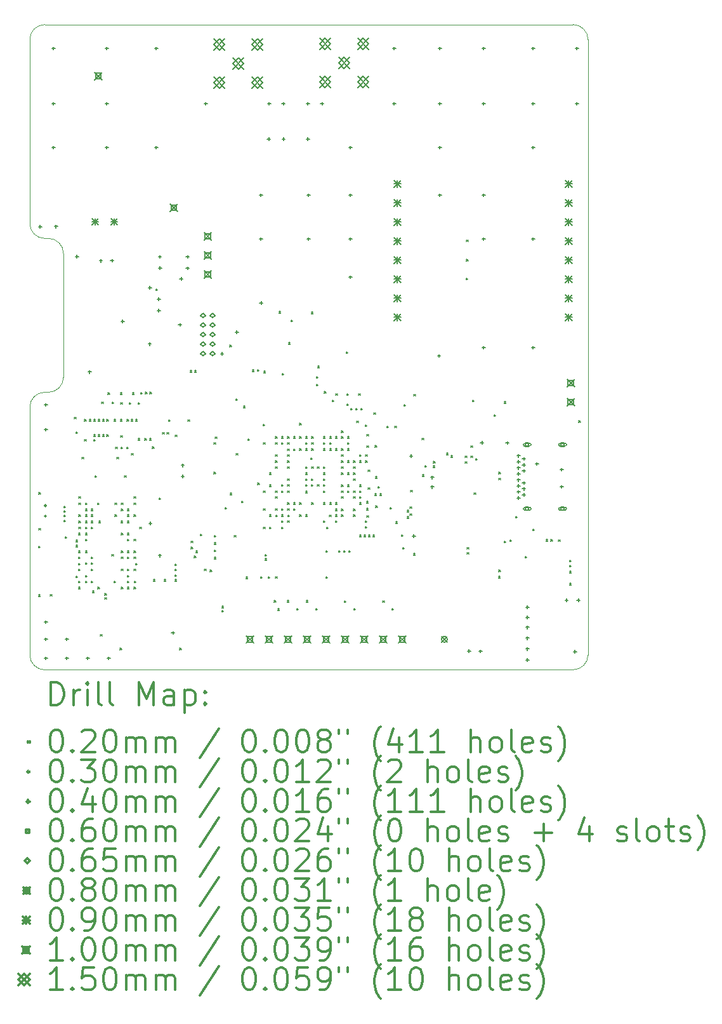
<source format=gbr>
%FSLAX45Y45*%
G04 Gerber Fmt 4.5, Leading zero omitted, Abs format (unit mm)*
G04 Created by KiCad (PCBNEW (5.1.5-0-10_14)) date 2021-01-28 08:30:47*
%MOMM*%
%LPD*%
G04 APERTURE LIST*
%TA.AperFunction,Profile*%
%ADD10C,0.050000*%
%TD*%
%ADD11C,0.200000*%
%ADD12C,0.300000*%
G04 APERTURE END LIST*
D10*
X8850000Y-7050000D02*
X15900000Y-7050000D01*
X8650000Y-7250000D02*
X8650000Y-9700000D01*
X8650000Y-15450000D02*
X8650000Y-12150000D01*
X8850000Y-15650000D02*
G75*
G02X8650000Y-15450000I0J200000D01*
G01*
X15900000Y-15650000D02*
X8850000Y-15650000D01*
X16100000Y-15450000D02*
G75*
G02X15900000Y-15650000I-200000J0D01*
G01*
X16100000Y-7250000D02*
X16100000Y-15450000D01*
X15900000Y-7050000D02*
G75*
G02X16100000Y-7250000I0J-200000D01*
G01*
X8650000Y-7250000D02*
G75*
G02X8850000Y-7050000I200000J0D01*
G01*
X8850000Y-9900000D02*
X8900000Y-9900000D01*
X9100000Y-11750000D02*
X9100000Y-10100000D01*
X8850000Y-11950000D02*
X8900000Y-11950000D01*
X8650000Y-12150000D02*
G75*
G02X8850000Y-11950000I200000J0D01*
G01*
X9100000Y-11750000D02*
G75*
G02X8900000Y-11950000I-200000J0D01*
G01*
X8900000Y-9900000D02*
G75*
G02X9100000Y-10100000I0J-200000D01*
G01*
X8850000Y-9900000D02*
G75*
G02X8650000Y-9700000I0J200000D01*
G01*
D11*
X8768240Y-14003180D02*
X8788240Y-14023180D01*
X8788240Y-14003180D02*
X8768240Y-14023180D01*
X8768240Y-14649610D02*
X8788240Y-14669610D01*
X8788240Y-14649610D02*
X8768240Y-14669610D01*
X8770780Y-13286900D02*
X8790780Y-13306900D01*
X8790780Y-13286900D02*
X8770780Y-13306900D01*
X8770780Y-13766960D02*
X8790780Y-13786960D01*
X8790780Y-13766960D02*
X8770780Y-13786960D01*
X8925730Y-14645810D02*
X8945730Y-14665810D01*
X8945730Y-14645810D02*
X8925730Y-14665810D01*
X9104790Y-13465970D02*
X9124790Y-13485970D01*
X9124790Y-13465970D02*
X9104790Y-13485970D01*
X9106060Y-13525660D02*
X9126060Y-13545660D01*
X9126060Y-13525660D02*
X9106060Y-13545660D01*
X9106060Y-13589160D02*
X9126060Y-13609160D01*
X9126060Y-13589160D02*
X9106060Y-13609160D01*
X9106060Y-13652660D02*
X9126060Y-13672660D01*
X9126060Y-13652660D02*
X9106060Y-13672660D01*
X9121300Y-13876180D02*
X9141300Y-13896180D01*
X9141300Y-13876180D02*
X9121300Y-13896180D01*
X9245760Y-12281060D02*
X9265760Y-12301060D01*
X9265760Y-12281060D02*
X9245760Y-12301060D01*
X9266080Y-12477910D02*
X9286080Y-12497910D01*
X9286080Y-12477910D02*
X9266080Y-12497910D01*
X9268620Y-13921900D02*
X9288620Y-13941900D01*
X9288620Y-13921900D02*
X9268620Y-13941900D01*
X9269890Y-13989210D02*
X9289890Y-14009210D01*
X9289890Y-13989210D02*
X9269890Y-14009210D01*
X9269890Y-14400690D02*
X9289890Y-14420690D01*
X9289890Y-14400690D02*
X9269890Y-14420690D01*
X9299100Y-14144150D02*
X9319100Y-14164150D01*
X9319100Y-14144150D02*
X9299100Y-14164150D01*
X9301640Y-13827920D02*
X9321640Y-13847920D01*
X9321640Y-13827920D02*
X9301640Y-13847920D01*
X9301640Y-14066680D02*
X9321640Y-14086680D01*
X9321640Y-14066680D02*
X9301640Y-14086680D01*
X9301640Y-14229240D02*
X9321640Y-14249240D01*
X9321640Y-14229240D02*
X9301640Y-14249240D01*
X9301640Y-14307980D02*
X9321640Y-14327980D01*
X9321640Y-14307980D02*
X9301640Y-14327980D01*
X9301640Y-14468000D02*
X9321640Y-14488000D01*
X9321640Y-14468000D02*
X9301640Y-14488000D01*
X9301640Y-14549280D02*
X9321640Y-14569280D01*
X9321640Y-14549280D02*
X9301640Y-14569280D01*
X9304180Y-13342780D02*
X9324180Y-13362780D01*
X9324180Y-13342780D02*
X9304180Y-13362780D01*
X9304180Y-13426600D02*
X9324180Y-13446600D01*
X9324180Y-13426600D02*
X9304180Y-13446600D01*
X9304180Y-13584080D02*
X9324180Y-13604080D01*
X9324180Y-13584080D02*
X9304180Y-13604080D01*
X9304180Y-13667900D02*
X9324180Y-13687900D01*
X9324180Y-13667900D02*
X9304180Y-13687900D01*
X9304180Y-13746640D02*
X9324180Y-13766640D01*
X9324180Y-13746640D02*
X9304180Y-13766640D01*
X9347360Y-12814460D02*
X9367360Y-12834460D01*
X9367360Y-12814460D02*
X9347360Y-12834460D01*
X9380380Y-12311540D02*
X9400380Y-12331540D01*
X9400380Y-12311540D02*
X9380380Y-12331540D01*
X9380380Y-12578240D02*
X9400380Y-12598240D01*
X9400380Y-12578240D02*
X9380380Y-12598240D01*
X9393080Y-13426600D02*
X9413080Y-13446600D01*
X9413080Y-13426600D02*
X9393080Y-13446600D01*
X9393080Y-13507880D02*
X9413080Y-13527880D01*
X9413080Y-13507880D02*
X9393080Y-13527880D01*
X9393080Y-13584080D02*
X9413080Y-13604080D01*
X9413080Y-13584080D02*
X9393080Y-13604080D01*
X9393080Y-13667900D02*
X9413080Y-13687900D01*
X9413080Y-13667900D02*
X9393080Y-13687900D01*
X9393080Y-13746640D02*
X9413080Y-13766640D01*
X9413080Y-13746640D02*
X9393080Y-13766640D01*
X9393080Y-13827920D02*
X9413080Y-13847920D01*
X9413080Y-13827920D02*
X9393080Y-13847920D01*
X9393080Y-13909200D02*
X9413080Y-13929200D01*
X9413080Y-13909200D02*
X9393080Y-13929200D01*
X9393080Y-14224160D02*
X9413080Y-14244160D01*
X9413080Y-14224160D02*
X9393080Y-14244160D01*
X9393080Y-14389260D02*
X9413080Y-14409260D01*
X9413080Y-14389260D02*
X9393080Y-14409260D01*
X9393080Y-14468000D02*
X9413080Y-14488000D01*
X9413080Y-14468000D02*
X9393080Y-14488000D01*
X9395620Y-14064140D02*
X9415620Y-14084140D01*
X9415620Y-14064140D02*
X9395620Y-14084140D01*
X9443880Y-12311540D02*
X9463880Y-12331540D01*
X9463880Y-12311540D02*
X9443880Y-12331540D01*
X9469280Y-14307980D02*
X9489280Y-14327980D01*
X9489280Y-14307980D02*
X9469280Y-14327980D01*
X9469280Y-14468000D02*
X9489280Y-14488000D01*
X9489280Y-14468000D02*
X9469280Y-14488000D01*
X9471820Y-13507880D02*
X9491820Y-13527880D01*
X9491820Y-13507880D02*
X9471820Y-13527880D01*
X9471820Y-13584080D02*
X9491820Y-13604080D01*
X9491820Y-13584080D02*
X9471820Y-13604080D01*
X9471820Y-13667900D02*
X9491820Y-13687900D01*
X9491820Y-13667900D02*
X9471820Y-13687900D01*
X9471820Y-13746640D02*
X9491820Y-13766640D01*
X9491820Y-13746640D02*
X9471820Y-13766640D01*
X9471820Y-14147960D02*
X9491820Y-14167960D01*
X9491820Y-14147960D02*
X9471820Y-14167960D01*
X9471820Y-14224160D02*
X9491820Y-14244160D01*
X9491820Y-14224160D02*
X9471820Y-14244160D01*
X9485790Y-14598810D02*
X9505790Y-14618810D01*
X9505790Y-14598810D02*
X9485790Y-14618810D01*
X9502300Y-12311540D02*
X9522300Y-12331540D01*
X9522300Y-12311540D02*
X9502300Y-12331540D01*
X9502300Y-12517280D02*
X9522300Y-12537280D01*
X9522300Y-12517280D02*
X9502300Y-12537280D01*
X9502300Y-12578240D02*
X9522300Y-12598240D01*
X9522300Y-12578240D02*
X9502300Y-12598240D01*
X9521350Y-13060840D02*
X9541350Y-13080840D01*
X9541350Y-13060840D02*
X9521350Y-13080840D01*
X9555640Y-13426600D02*
X9575640Y-13446600D01*
X9575640Y-13426600D02*
X9555640Y-13446600D01*
X9558180Y-14549280D02*
X9578180Y-14569280D01*
X9578180Y-14549280D02*
X9558180Y-14569280D01*
X9563260Y-12311540D02*
X9583260Y-12331540D01*
X9583260Y-12311540D02*
X9563260Y-12331540D01*
X9563260Y-12517280D02*
X9583260Y-12537280D01*
X9583260Y-12517280D02*
X9563260Y-12537280D01*
X9570880Y-13667900D02*
X9590880Y-13687900D01*
X9590880Y-13667900D02*
X9570880Y-13687900D01*
X9593740Y-15179200D02*
X9613740Y-15199200D01*
X9613740Y-15179200D02*
X9593740Y-15199200D01*
X9608980Y-12081670D02*
X9628980Y-12101670D01*
X9628980Y-12081670D02*
X9608980Y-12101670D01*
X9621680Y-12311540D02*
X9641680Y-12331540D01*
X9641680Y-12311540D02*
X9621680Y-12331540D01*
X9621680Y-12517280D02*
X9641680Y-12537280D01*
X9641680Y-12517280D02*
X9621680Y-12537280D01*
X9652160Y-14633100D02*
X9672160Y-14653100D01*
X9672160Y-14633100D02*
X9652160Y-14653100D01*
X9653430Y-14688980D02*
X9673430Y-14708980D01*
X9673430Y-14688980D02*
X9653430Y-14708980D01*
X9677560Y-12311540D02*
X9697560Y-12331540D01*
X9697560Y-12311540D02*
X9677560Y-12331540D01*
X9677560Y-12517280D02*
X9697560Y-12537280D01*
X9697560Y-12517280D02*
X9677560Y-12537280D01*
X9694070Y-11957210D02*
X9714070Y-11977210D01*
X9714070Y-11957210D02*
X9694070Y-11977210D01*
X9744870Y-14112400D02*
X9764870Y-14132400D01*
X9764870Y-14112400D02*
X9744870Y-14132400D01*
X9748680Y-12081670D02*
X9768680Y-12101670D01*
X9768680Y-12081670D02*
X9748680Y-12101670D01*
X9774080Y-12311540D02*
X9794080Y-12331540D01*
X9794080Y-12311540D02*
X9774080Y-12331540D01*
X9776620Y-14468000D02*
X9796620Y-14488000D01*
X9796620Y-14468000D02*
X9776620Y-14488000D01*
X9786780Y-13426600D02*
X9806780Y-13446600D01*
X9806780Y-13426600D02*
X9786780Y-13446600D01*
X9786780Y-13584080D02*
X9806780Y-13604080D01*
X9806780Y-13584080D02*
X9786780Y-13604080D01*
X9796940Y-12679840D02*
X9816940Y-12699840D01*
X9816940Y-12679840D02*
X9796940Y-12699840D01*
X9814720Y-12814460D02*
X9834720Y-12834460D01*
X9834720Y-12814460D02*
X9814720Y-12834460D01*
X9855360Y-15359540D02*
X9875360Y-15379540D01*
X9875360Y-15359540D02*
X9855360Y-15379540D01*
X9857900Y-11957210D02*
X9877900Y-11977210D01*
X9877900Y-11957210D02*
X9857900Y-11977210D01*
X9861710Y-12311540D02*
X9881710Y-12331540D01*
X9881710Y-12311540D02*
X9861710Y-12331540D01*
X9862980Y-12090560D02*
X9882980Y-12110560D01*
X9882980Y-12090560D02*
X9862980Y-12110560D01*
X9862980Y-12527440D02*
X9882980Y-12547440D01*
X9882980Y-12527440D02*
X9862980Y-12547440D01*
X9870600Y-12679840D02*
X9890600Y-12699840D01*
X9890600Y-12679840D02*
X9870600Y-12699840D01*
X9870600Y-13667900D02*
X9890600Y-13687900D01*
X9890600Y-13667900D02*
X9870600Y-13687900D01*
X9873140Y-13426600D02*
X9893140Y-13446600D01*
X9893140Y-13426600D02*
X9873140Y-13446600D01*
X9873140Y-13507880D02*
X9893140Y-13527880D01*
X9893140Y-13507880D02*
X9873140Y-13527880D01*
X9873140Y-13827920D02*
X9893140Y-13847920D01*
X9893140Y-13827920D02*
X9873140Y-13847920D01*
X9873140Y-14064140D02*
X9893140Y-14084140D01*
X9893140Y-14064140D02*
X9873140Y-14084140D01*
X9873140Y-14147960D02*
X9893140Y-14167960D01*
X9893140Y-14147960D02*
X9873140Y-14167960D01*
X9873140Y-14307980D02*
X9893140Y-14327980D01*
X9893140Y-14307980D02*
X9873140Y-14327980D01*
X9873140Y-14549280D02*
X9893140Y-14569280D01*
X9893140Y-14549280D02*
X9873140Y-14569280D01*
X9913780Y-13060840D02*
X9933780Y-13080840D01*
X9933780Y-13060840D02*
X9913780Y-13080840D01*
X9944260Y-12679840D02*
X9964260Y-12699840D01*
X9964260Y-12679840D02*
X9944260Y-12699840D01*
X9949340Y-12311540D02*
X9969340Y-12331540D01*
X9969340Y-12311540D02*
X9949340Y-12331540D01*
X9951880Y-13507880D02*
X9971880Y-13527880D01*
X9971880Y-13507880D02*
X9951880Y-13527880D01*
X9951880Y-13584080D02*
X9971880Y-13604080D01*
X9971880Y-13584080D02*
X9951880Y-13604080D01*
X9951880Y-13667900D02*
X9971880Y-13687900D01*
X9971880Y-13667900D02*
X9951880Y-13687900D01*
X9951880Y-13827920D02*
X9971880Y-13847920D01*
X9971880Y-13827920D02*
X9951880Y-13847920D01*
X9951880Y-13909200D02*
X9971880Y-13929200D01*
X9971880Y-13909200D02*
X9951880Y-13929200D01*
X9951880Y-14064140D02*
X9971880Y-14084140D01*
X9971880Y-14064140D02*
X9951880Y-14084140D01*
X9951880Y-14147960D02*
X9971880Y-14167960D01*
X9971880Y-14147960D02*
X9951880Y-14167960D01*
X9951880Y-14307980D02*
X9971880Y-14327980D01*
X9971880Y-14307980D02*
X9951880Y-14327980D01*
X9951880Y-14389260D02*
X9971880Y-14409260D01*
X9971880Y-14389260D02*
X9951880Y-14409260D01*
X9951880Y-14468000D02*
X9971880Y-14488000D01*
X9971880Y-14468000D02*
X9951880Y-14488000D01*
X9951880Y-14549280D02*
X9971880Y-14569280D01*
X9971880Y-14549280D02*
X9951880Y-14569280D01*
X9981090Y-12090560D02*
X10001090Y-12110560D01*
X10001090Y-12090560D02*
X9981090Y-12110560D01*
X10005220Y-12311540D02*
X10025220Y-12331540D01*
X10025220Y-12311540D02*
X10005220Y-12331540D01*
X10007760Y-12763660D02*
X10027760Y-12783660D01*
X10027760Y-12763660D02*
X10007760Y-12783660D01*
X10020460Y-11957210D02*
X10040460Y-11977210D01*
X10040460Y-11957210D02*
X10020460Y-11977210D01*
X10040780Y-13342780D02*
X10060780Y-13362780D01*
X10060780Y-13342780D02*
X10040780Y-13362780D01*
X10043320Y-13426600D02*
X10063320Y-13446600D01*
X10063320Y-13426600D02*
X10043320Y-13446600D01*
X10043320Y-13584080D02*
X10063320Y-13604080D01*
X10063320Y-13584080D02*
X10043320Y-13604080D01*
X10043320Y-13909200D02*
X10063320Y-13929200D01*
X10063320Y-13909200D02*
X10043320Y-13929200D01*
X10043320Y-14064140D02*
X10063320Y-14084140D01*
X10063320Y-14064140D02*
X10043320Y-14084140D01*
X10043320Y-14147960D02*
X10063320Y-14167960D01*
X10063320Y-14147960D02*
X10043320Y-14167960D01*
X10043320Y-14307980D02*
X10063320Y-14327980D01*
X10063320Y-14307980D02*
X10043320Y-14327980D01*
X10043320Y-14549280D02*
X10063320Y-14569280D01*
X10063320Y-14549280D02*
X10043320Y-14569280D01*
X10045860Y-14468000D02*
X10065860Y-14488000D01*
X10065860Y-14468000D02*
X10045860Y-14488000D01*
X10061100Y-12311540D02*
X10081100Y-12331540D01*
X10081100Y-12311540D02*
X10061100Y-12331540D01*
X10061100Y-14229240D02*
X10081100Y-14249240D01*
X10081100Y-14229240D02*
X10061100Y-14249240D01*
X10099200Y-12090560D02*
X10119200Y-12110560D01*
X10119200Y-12090560D02*
X10099200Y-12110560D01*
X10099200Y-12565540D02*
X10119200Y-12585540D01*
X10119200Y-12565540D02*
X10099200Y-12585540D01*
X10119520Y-13749180D02*
X10139520Y-13769180D01*
X10139520Y-13749180D02*
X10119520Y-13769180D01*
X10129680Y-11950860D02*
X10149680Y-11970860D01*
X10149680Y-11950860D02*
X10129680Y-11970860D01*
X10185560Y-12565540D02*
X10205560Y-12585540D01*
X10205560Y-12565540D02*
X10185560Y-12585540D01*
X10193180Y-11948320D02*
X10213180Y-11968320D01*
X10213180Y-11948320D02*
X10193180Y-11968320D01*
X10251600Y-12565540D02*
X10271600Y-12585540D01*
X10271600Y-12565540D02*
X10251600Y-12585540D01*
X10254140Y-11948320D02*
X10274140Y-11968320D01*
X10274140Y-11948320D02*
X10254140Y-11968320D01*
X10287160Y-12677300D02*
X10307160Y-12697300D01*
X10307160Y-12677300D02*
X10287160Y-12697300D01*
X10299860Y-14447680D02*
X10319860Y-14467680D01*
X10319860Y-14447680D02*
X10299860Y-14467680D01*
X10334150Y-10570370D02*
X10354150Y-10590370D01*
X10354150Y-10570370D02*
X10334150Y-10590370D01*
X10376060Y-13356750D02*
X10396060Y-13376750D01*
X10396060Y-13356750D02*
X10376060Y-13376750D01*
X10421780Y-12484260D02*
X10441780Y-12504260D01*
X10441780Y-12484260D02*
X10421780Y-12504260D01*
X10442100Y-14447680D02*
X10462100Y-14467680D01*
X10462100Y-14447680D02*
X10442100Y-14467680D01*
X10482740Y-12484260D02*
X10502740Y-12504260D01*
X10502740Y-12484260D02*
X10482740Y-12504260D01*
X10501790Y-12316620D02*
X10521790Y-12336620D01*
X10521790Y-12316620D02*
X10501790Y-12336620D01*
X10586880Y-14236860D02*
X10606880Y-14256860D01*
X10606880Y-14236860D02*
X10586880Y-14256860D01*
X10586880Y-14307980D02*
X10606880Y-14327980D01*
X10606880Y-14307980D02*
X10586880Y-14327980D01*
X10589420Y-14381640D02*
X10609420Y-14401640D01*
X10609420Y-14381640D02*
X10589420Y-14401640D01*
X10589420Y-14445140D02*
X10609420Y-14465140D01*
X10609420Y-14445140D02*
X10589420Y-14465140D01*
X10591960Y-12519820D02*
X10611960Y-12539820D01*
X10611960Y-12519820D02*
X10591960Y-12539820D01*
X10650380Y-15359540D02*
X10670380Y-15379540D01*
X10670380Y-15359540D02*
X10650380Y-15379540D01*
X10762140Y-12316620D02*
X10782140Y-12336620D01*
X10782140Y-12316620D02*
X10762140Y-12336620D01*
X10792620Y-11660030D02*
X10812620Y-11680030D01*
X10812620Y-11660030D02*
X10792620Y-11680030D01*
X10802780Y-14013340D02*
X10822780Y-14033340D01*
X10822780Y-14013340D02*
X10802780Y-14033340D01*
X10805320Y-13934600D02*
X10825320Y-13954600D01*
X10825320Y-13934600D02*
X10805320Y-13954600D01*
X10845960Y-14132720D02*
X10865960Y-14152720D01*
X10865960Y-14132720D02*
X10845960Y-14152720D01*
X10852310Y-11660030D02*
X10872310Y-11680030D01*
X10872310Y-11660030D02*
X10852310Y-11680030D01*
X10868820Y-14066680D02*
X10888820Y-14086680D01*
X10888820Y-14066680D02*
X10868820Y-14086680D01*
X10924700Y-13840620D02*
X10944700Y-13860620D01*
X10944700Y-13840620D02*
X10924700Y-13860620D01*
X10983120Y-14307980D02*
X11003120Y-14327980D01*
X11003120Y-14307980D02*
X10983120Y-14327980D01*
X11056780Y-14320680D02*
X11076780Y-14340680D01*
X11076780Y-14320680D02*
X11056780Y-14340680D01*
X11107580Y-12623960D02*
X11127580Y-12643960D01*
X11127580Y-12623960D02*
X11107580Y-12643960D01*
X11110120Y-13015120D02*
X11130120Y-13035120D01*
X11130120Y-13015120D02*
X11110120Y-13035120D01*
X11112660Y-13858400D02*
X11132660Y-13878400D01*
X11132660Y-13858400D02*
X11112660Y-13878400D01*
X11112660Y-13954920D02*
X11132660Y-13974920D01*
X11132660Y-13954920D02*
X11112660Y-13974920D01*
X11112660Y-14051440D02*
X11132660Y-14071440D01*
X11132660Y-14051440D02*
X11112660Y-14071440D01*
X11112660Y-14150500D02*
X11132660Y-14170500D01*
X11132660Y-14150500D02*
X11112660Y-14170500D01*
X11125360Y-12547760D02*
X11145360Y-12567760D01*
X11145360Y-12547760D02*
X11125360Y-12567760D01*
X11214260Y-14803280D02*
X11234260Y-14823280D01*
X11234260Y-14803280D02*
X11214260Y-14823280D01*
X11214260Y-14859160D02*
X11234260Y-14879160D01*
X11234260Y-14859160D02*
X11214260Y-14879160D01*
X11257440Y-13487560D02*
X11277440Y-13507560D01*
X11277440Y-13487560D02*
X11257440Y-13507560D01*
X11319670Y-11323480D02*
X11339670Y-11343480D01*
X11339670Y-11323480D02*
X11319670Y-11343480D01*
X11323480Y-13294520D02*
X11343480Y-13314520D01*
X11343480Y-13294520D02*
X11323480Y-13314520D01*
X11379360Y-13855860D02*
X11399360Y-13875860D01*
X11399360Y-13855860D02*
X11379360Y-13875860D01*
X11399680Y-12038490D02*
X11419680Y-12058490D01*
X11419680Y-12038490D02*
X11399680Y-12058490D01*
X11404760Y-12766200D02*
X11424760Y-12786200D01*
X11424760Y-12766200D02*
X11404760Y-12786200D01*
X11478420Y-13401200D02*
X11498420Y-13421200D01*
X11498420Y-13401200D02*
X11478420Y-13421200D01*
X11501280Y-12135010D02*
X11521280Y-12155010D01*
X11521280Y-12135010D02*
X11501280Y-12155010D01*
X11534300Y-14412120D02*
X11554300Y-14432120D01*
X11554300Y-14412120D02*
X11534300Y-14432120D01*
X11559700Y-12570620D02*
X11579700Y-12590620D01*
X11579700Y-12570620D02*
X11559700Y-12590620D01*
X11623200Y-11651140D02*
X11643200Y-11671140D01*
X11643200Y-11651140D02*
X11623200Y-11671140D01*
X11689240Y-11648600D02*
X11709240Y-11668600D01*
X11709240Y-11648600D02*
X11689240Y-11668600D01*
X11691780Y-13159900D02*
X11711780Y-13179900D01*
X11711780Y-13159900D02*
X11691780Y-13179900D01*
X11732420Y-14410850D02*
X11752420Y-14430850D01*
X11752420Y-14410850D02*
X11732420Y-14430850D01*
X11765440Y-12377580D02*
X11785440Y-12397580D01*
X11785440Y-12377580D02*
X11765440Y-12397580D01*
X11770520Y-12623960D02*
X11790520Y-12643960D01*
X11790520Y-12623960D02*
X11770520Y-12643960D01*
X11770520Y-13264040D02*
X11790520Y-13284040D01*
X11790520Y-13264040D02*
X11770520Y-13284040D01*
X11770520Y-13502800D02*
X11790520Y-13522800D01*
X11790520Y-13502800D02*
X11770520Y-13522800D01*
X11770520Y-13746640D02*
X11790520Y-13766640D01*
X11790520Y-13746640D02*
X11770520Y-13766640D01*
X11773060Y-11668920D02*
X11793060Y-11688920D01*
X11793060Y-11668920D02*
X11773060Y-11688920D01*
X11788300Y-14109860D02*
X11808300Y-14129860D01*
X11808300Y-14109860D02*
X11788300Y-14129860D01*
X11788300Y-14165740D02*
X11808300Y-14185740D01*
X11808300Y-14165740D02*
X11788300Y-14185740D01*
X11831480Y-14410850D02*
X11851480Y-14430850D01*
X11851480Y-14410850D02*
X11831480Y-14430850D01*
X11849260Y-13746640D02*
X11869260Y-13766640D01*
X11869260Y-13746640D02*
X11849260Y-13766640D01*
X11851800Y-13025280D02*
X11871800Y-13045280D01*
X11871800Y-13025280D02*
X11851800Y-13045280D01*
X11851800Y-13185300D02*
X11871800Y-13205300D01*
X11871800Y-13185300D02*
X11851800Y-13205300D01*
X11851800Y-13584080D02*
X11871800Y-13604080D01*
X11871800Y-13584080D02*
X11851800Y-13604080D01*
X11912760Y-14727080D02*
X11932760Y-14747080D01*
X11932760Y-14727080D02*
X11912760Y-14747080D01*
X11930540Y-12542680D02*
X11950540Y-12562680D01*
X11950540Y-12542680D02*
X11930540Y-12562680D01*
X11930540Y-12623960D02*
X11950540Y-12643960D01*
X11950540Y-12623960D02*
X11930540Y-12643960D01*
X11930540Y-12783980D02*
X11950540Y-12803980D01*
X11950540Y-12783980D02*
X11930540Y-12803980D01*
X11930540Y-12862720D02*
X11950540Y-12882720D01*
X11950540Y-12862720D02*
X11930540Y-12882720D01*
X11930540Y-12944000D02*
X11950540Y-12964000D01*
X11950540Y-12944000D02*
X11930540Y-12964000D01*
X11930540Y-13264040D02*
X11950540Y-13284040D01*
X11950540Y-13264040D02*
X11930540Y-13284040D01*
X11930540Y-13342780D02*
X11950540Y-13362780D01*
X11950540Y-13342780D02*
X11930540Y-13362780D01*
X11930540Y-13501530D02*
X11950540Y-13521530D01*
X11950540Y-13501530D02*
X11930540Y-13521530D01*
X11930540Y-14410850D02*
X11950540Y-14430850D01*
X11950540Y-14410850D02*
X11930540Y-14430850D01*
X11931810Y-13585350D02*
X11951810Y-13605350D01*
X11951810Y-13585350D02*
X11931810Y-13605350D01*
X11958480Y-14836300D02*
X11978480Y-14856300D01*
X11978480Y-14836300D02*
X11958480Y-14856300D01*
X11977530Y-10873900D02*
X11997530Y-10893900D01*
X11997530Y-10873900D02*
X11977530Y-10893900D01*
X12011820Y-12542680D02*
X12031820Y-12562680D01*
X12031820Y-12542680D02*
X12011820Y-12562680D01*
X12011820Y-12623960D02*
X12031820Y-12643960D01*
X12031820Y-12623960D02*
X12011820Y-12643960D01*
X12011820Y-13182760D02*
X12031820Y-13202760D01*
X12031820Y-13182760D02*
X12011820Y-13202760D01*
X12011820Y-13264040D02*
X12031820Y-13284040D01*
X12031820Y-13264040D02*
X12011820Y-13284040D01*
X12011820Y-13502800D02*
X12031820Y-13522800D01*
X12031820Y-13502800D02*
X12011820Y-13522800D01*
X12011820Y-13584080D02*
X12031820Y-13604080D01*
X12031820Y-13584080D02*
X12011820Y-13604080D01*
X12011820Y-13662820D02*
X12031820Y-13682820D01*
X12031820Y-13662820D02*
X12011820Y-13682820D01*
X12011820Y-13746640D02*
X12031820Y-13766640D01*
X12031820Y-13746640D02*
X12011820Y-13766640D01*
X12019440Y-11699400D02*
X12039440Y-11719400D01*
X12039440Y-11699400D02*
X12019440Y-11719400D01*
X12085480Y-14727080D02*
X12105480Y-14747080D01*
X12105480Y-14727080D02*
X12085480Y-14747080D01*
X12090560Y-12542680D02*
X12110560Y-12562680D01*
X12110560Y-12542680D02*
X12090560Y-12562680D01*
X12090560Y-12623960D02*
X12110560Y-12643960D01*
X12110560Y-12623960D02*
X12090560Y-12643960D01*
X12090560Y-12703970D02*
X12110560Y-12723970D01*
X12110560Y-12703970D02*
X12090560Y-12723970D01*
X12090560Y-12783980D02*
X12110560Y-12803980D01*
X12110560Y-12783980D02*
X12090560Y-12803980D01*
X12090560Y-12862720D02*
X12110560Y-12882720D01*
X12110560Y-12862720D02*
X12090560Y-12882720D01*
X12090560Y-12944000D02*
X12110560Y-12964000D01*
X12110560Y-12944000D02*
X12090560Y-12964000D01*
X12090560Y-13104020D02*
X12110560Y-13124020D01*
X12110560Y-13104020D02*
X12090560Y-13124020D01*
X12090560Y-13182760D02*
X12110560Y-13202760D01*
X12110560Y-13182760D02*
X12090560Y-13202760D01*
X12090560Y-13264040D02*
X12110560Y-13284040D01*
X12110560Y-13264040D02*
X12090560Y-13284040D01*
X12090560Y-13500260D02*
X12110560Y-13520260D01*
X12110560Y-13500260D02*
X12090560Y-13520260D01*
X12091830Y-13421520D02*
X12111830Y-13441520D01*
X12111830Y-13421520D02*
X12091830Y-13441520D01*
X12091830Y-13664090D02*
X12111830Y-13684090D01*
X12111830Y-13664090D02*
X12091830Y-13684090D01*
X12093100Y-13586620D02*
X12113100Y-13606620D01*
X12113100Y-13586620D02*
X12093100Y-13606620D01*
X12105800Y-11287920D02*
X12125800Y-11307920D01*
X12125800Y-11287920D02*
X12105800Y-11307920D01*
X12136280Y-10988200D02*
X12156280Y-11008200D01*
X12156280Y-10988200D02*
X12136280Y-11008200D01*
X12171840Y-12542680D02*
X12191840Y-12562680D01*
X12191840Y-12542680D02*
X12171840Y-12562680D01*
X12171840Y-12705240D02*
X12191840Y-12725240D01*
X12191840Y-12705240D02*
X12171840Y-12725240D01*
X12171840Y-13421520D02*
X12191840Y-13441520D01*
X12191840Y-13421520D02*
X12171840Y-13441520D01*
X12171840Y-13500260D02*
X12191840Y-13520260D01*
X12191840Y-13500260D02*
X12171840Y-13520260D01*
X12212480Y-14831220D02*
X12232480Y-14851220D01*
X12232480Y-14831220D02*
X12212480Y-14851220D01*
X12250580Y-12364880D02*
X12270580Y-12384880D01*
X12270580Y-12364880D02*
X12250580Y-12384880D01*
X12250580Y-12542680D02*
X12270580Y-12562680D01*
X12270580Y-12542680D02*
X12250580Y-12562680D01*
X12250580Y-12702700D02*
X12270580Y-12722700D01*
X12270580Y-12702700D02*
X12250580Y-12722700D01*
X12250580Y-13421520D02*
X12270580Y-13441520D01*
X12270580Y-13421520D02*
X12250580Y-13441520D01*
X12250580Y-13584080D02*
X12270580Y-13604080D01*
X12270580Y-13584080D02*
X12250580Y-13604080D01*
X12331860Y-12542680D02*
X12351860Y-12562680D01*
X12351860Y-12542680D02*
X12331860Y-12562680D01*
X12331860Y-12623960D02*
X12351860Y-12643960D01*
X12351860Y-12623960D02*
X12331860Y-12643960D01*
X12331860Y-12702700D02*
X12351860Y-12722700D01*
X12351860Y-12702700D02*
X12331860Y-12722700D01*
X12331860Y-12944000D02*
X12351860Y-12964000D01*
X12351860Y-12944000D02*
X12331860Y-12964000D01*
X12331860Y-13025280D02*
X12351860Y-13045280D01*
X12351860Y-13025280D02*
X12331860Y-13045280D01*
X12331860Y-13104020D02*
X12351860Y-13124020D01*
X12351860Y-13104020D02*
X12331860Y-13124020D01*
X12331860Y-13180220D02*
X12351860Y-13200220D01*
X12351860Y-13180220D02*
X12331860Y-13200220D01*
X12331860Y-13269120D02*
X12351860Y-13289120D01*
X12351860Y-13269120D02*
X12331860Y-13289120D01*
X12331860Y-13584080D02*
X12351860Y-13604080D01*
X12351860Y-13584080D02*
X12331860Y-13604080D01*
X12342020Y-14727080D02*
X12362020Y-14747080D01*
X12362020Y-14727080D02*
X12342020Y-14747080D01*
X12400440Y-12824620D02*
X12420440Y-12844620D01*
X12420440Y-12824620D02*
X12400440Y-12844620D01*
X12410600Y-10881520D02*
X12430600Y-10901520D01*
X12430600Y-10881520D02*
X12410600Y-10901520D01*
X12410600Y-13104020D02*
X12430600Y-13124020D01*
X12430600Y-13104020D02*
X12410600Y-13124020D01*
X12410600Y-13180220D02*
X12430600Y-13200220D01*
X12430600Y-13180220D02*
X12410600Y-13200220D01*
X12413140Y-12542680D02*
X12433140Y-12562680D01*
X12433140Y-12542680D02*
X12413140Y-12562680D01*
X12413140Y-12623960D02*
X12433140Y-12643960D01*
X12433140Y-12623960D02*
X12413140Y-12643960D01*
X12413140Y-12702700D02*
X12433140Y-12722700D01*
X12433140Y-12702700D02*
X12413140Y-12722700D01*
X12413140Y-12944000D02*
X12433140Y-12964000D01*
X12433140Y-12944000D02*
X12413140Y-12964000D01*
X12413140Y-13421520D02*
X12433140Y-13441520D01*
X12433140Y-13421520D02*
X12413140Y-13441520D01*
X12469020Y-14831220D02*
X12489020Y-14851220D01*
X12489020Y-14831220D02*
X12469020Y-14851220D01*
X12474100Y-11740040D02*
X12494100Y-11760040D01*
X12494100Y-11740040D02*
X12474100Y-11760040D01*
X12474100Y-11841640D02*
X12494100Y-11861640D01*
X12494100Y-11841640D02*
X12474100Y-11861640D01*
X12489340Y-12941460D02*
X12509340Y-12961460D01*
X12509340Y-12941460D02*
X12489340Y-12961460D01*
X12489340Y-13180220D02*
X12509340Y-13200220D01*
X12509340Y-13180220D02*
X12489340Y-13200220D01*
X12491880Y-11600340D02*
X12511880Y-11620340D01*
X12511880Y-11600340D02*
X12491880Y-11620340D01*
X12568080Y-13104020D02*
X12588080Y-13124020D01*
X12588080Y-13104020D02*
X12568080Y-13124020D01*
X12568080Y-13180220D02*
X12588080Y-13200220D01*
X12588080Y-13180220D02*
X12568080Y-13200220D01*
X12568080Y-13264040D02*
X12588080Y-13284040D01*
X12588080Y-13264040D02*
X12568080Y-13284040D01*
X12570620Y-12542680D02*
X12590620Y-12562680D01*
X12590620Y-12542680D02*
X12570620Y-12562680D01*
X12570620Y-12623960D02*
X12590620Y-12643960D01*
X12590620Y-12623960D02*
X12570620Y-12643960D01*
X12570620Y-12702700D02*
X12590620Y-12722700D01*
X12590620Y-12702700D02*
X12570620Y-12722700D01*
X12570620Y-12944000D02*
X12590620Y-12964000D01*
X12590620Y-12944000D02*
X12570620Y-12964000D01*
X12570620Y-13025280D02*
X12590620Y-13045280D01*
X12590620Y-13025280D02*
X12570620Y-13045280D01*
X12570620Y-13421520D02*
X12590620Y-13441520D01*
X12590620Y-13421520D02*
X12570620Y-13441520D01*
X12570620Y-13662820D02*
X12590620Y-13682820D01*
X12590620Y-13662820D02*
X12570620Y-13682820D01*
X12580780Y-11939430D02*
X12600780Y-11959430D01*
X12600780Y-11939430D02*
X12580780Y-11959430D01*
X12601100Y-14061600D02*
X12621100Y-14081600D01*
X12621100Y-14061600D02*
X12601100Y-14081600D01*
X12601100Y-14409580D02*
X12621100Y-14429580D01*
X12621100Y-14409580D02*
X12601100Y-14429580D01*
X12611260Y-13749180D02*
X12631260Y-13769180D01*
X12631260Y-13749180D02*
X12611260Y-13769180D01*
X12650630Y-13585350D02*
X12670630Y-13605350D01*
X12670630Y-13585350D02*
X12650630Y-13605350D01*
X12651900Y-12542680D02*
X12671900Y-12562680D01*
X12671900Y-12542680D02*
X12651900Y-12562680D01*
X12651900Y-12623960D02*
X12671900Y-12643960D01*
X12671900Y-12623960D02*
X12651900Y-12643960D01*
X12651900Y-12702700D02*
X12671900Y-12722700D01*
X12671900Y-12702700D02*
X12651900Y-12722700D01*
X12651900Y-13421520D02*
X12671900Y-13441520D01*
X12671900Y-13421520D02*
X12651900Y-13441520D01*
X12687460Y-12055000D02*
X12707460Y-12075000D01*
X12707460Y-12055000D02*
X12687460Y-12075000D01*
X12730640Y-12542680D02*
X12750640Y-12562680D01*
X12750640Y-12542680D02*
X12730640Y-12562680D01*
X12730640Y-12702700D02*
X12750640Y-12722700D01*
X12750640Y-12702700D02*
X12730640Y-12722700D01*
X12730640Y-13421520D02*
X12750640Y-13441520D01*
X12750640Y-13421520D02*
X12730640Y-13441520D01*
X12730640Y-13505340D02*
X12750640Y-13525340D01*
X12750640Y-13505340D02*
X12730640Y-13525340D01*
X12730640Y-13584080D02*
X12750640Y-13604080D01*
X12750640Y-13584080D02*
X12730640Y-13604080D01*
X12730640Y-13662820D02*
X12750640Y-13682820D01*
X12750640Y-13662820D02*
X12730640Y-13682820D01*
X12733180Y-11971180D02*
X12753180Y-11991180D01*
X12753180Y-11971180D02*
X12733180Y-11991180D01*
X12773820Y-14060330D02*
X12793820Y-14080330D01*
X12793820Y-14060330D02*
X12773820Y-14080330D01*
X12809380Y-12463940D02*
X12829380Y-12483940D01*
X12829380Y-12463940D02*
X12809380Y-12483940D01*
X12811920Y-12542680D02*
X12831920Y-12562680D01*
X12831920Y-12542680D02*
X12811920Y-12562680D01*
X12811920Y-12702700D02*
X12831920Y-12722700D01*
X12831920Y-12702700D02*
X12811920Y-12722700D01*
X12811920Y-12781440D02*
X12831920Y-12801440D01*
X12831920Y-12781440D02*
X12811920Y-12801440D01*
X12811920Y-12862720D02*
X12831920Y-12882720D01*
X12831920Y-12862720D02*
X12811920Y-12882720D01*
X12811920Y-12941460D02*
X12831920Y-12961460D01*
X12831920Y-12941460D02*
X12811920Y-12961460D01*
X12811920Y-13025280D02*
X12831920Y-13045280D01*
X12831920Y-13025280D02*
X12811920Y-13045280D01*
X12811920Y-13185300D02*
X12831920Y-13205300D01*
X12831920Y-13185300D02*
X12811920Y-13205300D01*
X12811920Y-13264040D02*
X12831920Y-13284040D01*
X12831920Y-13264040D02*
X12811920Y-13284040D01*
X12811920Y-13342780D02*
X12831920Y-13362780D01*
X12831920Y-13342780D02*
X12811920Y-13362780D01*
X12811920Y-13505340D02*
X12831920Y-13525340D01*
X12831920Y-13505340D02*
X12811920Y-13525340D01*
X12811920Y-13584080D02*
X12831920Y-13604080D01*
X12831920Y-13584080D02*
X12811920Y-13604080D01*
X12838590Y-14060330D02*
X12858590Y-14080330D01*
X12858590Y-14060330D02*
X12838590Y-14080330D01*
X12849512Y-14729112D02*
X12869512Y-14749112D01*
X12869512Y-14729112D02*
X12849512Y-14749112D01*
X12872880Y-11409840D02*
X12892880Y-11429840D01*
X12892880Y-11409840D02*
X12872880Y-11429840D01*
X12883040Y-11971180D02*
X12903040Y-11991180D01*
X12903040Y-11971180D02*
X12883040Y-11991180D01*
X12883040Y-12105800D02*
X12903040Y-12125800D01*
X12903040Y-12105800D02*
X12883040Y-12125800D01*
X12890660Y-12542680D02*
X12910660Y-12562680D01*
X12910660Y-12542680D02*
X12890660Y-12562680D01*
X12890660Y-12623960D02*
X12910660Y-12643960D01*
X12910660Y-12623960D02*
X12890660Y-12643960D01*
X12890660Y-12702700D02*
X12910660Y-12722700D01*
X12910660Y-12702700D02*
X12890660Y-12722700D01*
X12890660Y-12862720D02*
X12910660Y-12882720D01*
X12910660Y-12862720D02*
X12890660Y-12882720D01*
X12890660Y-13025280D02*
X12910660Y-13045280D01*
X12910660Y-13025280D02*
X12890660Y-13045280D01*
X12890660Y-13185300D02*
X12910660Y-13205300D01*
X12910660Y-13185300D02*
X12890660Y-13205300D01*
X12890660Y-13264040D02*
X12910660Y-13284040D01*
X12910660Y-13264040D02*
X12890660Y-13284040D01*
X12905900Y-14061600D02*
X12925900Y-14081600D01*
X12925900Y-14061600D02*
X12905900Y-14081600D01*
X12933840Y-12166760D02*
X12953840Y-12186760D01*
X12953840Y-12166760D02*
X12933840Y-12186760D01*
X12971940Y-12862720D02*
X12991940Y-12882720D01*
X12991940Y-12862720D02*
X12971940Y-12882720D01*
X12971940Y-12941460D02*
X12991940Y-12961460D01*
X12991940Y-12941460D02*
X12971940Y-12961460D01*
X12971940Y-13025280D02*
X12991940Y-13045280D01*
X12991940Y-13025280D02*
X12971940Y-13045280D01*
X12971940Y-13104020D02*
X12991940Y-13124020D01*
X12991940Y-13104020D02*
X12971940Y-13124020D01*
X12971940Y-13264040D02*
X12991940Y-13284040D01*
X12991940Y-13264040D02*
X12971940Y-13284040D01*
X12971940Y-13342780D02*
X12991940Y-13362780D01*
X12991940Y-13342780D02*
X12971940Y-13362780D01*
X12971940Y-13505340D02*
X12991940Y-13525340D01*
X12991940Y-13505340D02*
X12971940Y-13525340D01*
X12971940Y-13584080D02*
X12991940Y-13604080D01*
X12991940Y-13584080D02*
X12971940Y-13604080D01*
X12974480Y-14831220D02*
X12994480Y-14851220D01*
X12994480Y-14831220D02*
X12974480Y-14851220D01*
X13002420Y-12166760D02*
X13022420Y-12186760D01*
X13022420Y-12166760D02*
X13002420Y-12186760D01*
X13012580Y-12334400D02*
X13032580Y-12354400D01*
X13032580Y-12334400D02*
X13012580Y-12354400D01*
X13037980Y-11971180D02*
X13057980Y-11991180D01*
X13057980Y-11971180D02*
X13037980Y-11991180D01*
X13051950Y-13342780D02*
X13071950Y-13362780D01*
X13071950Y-13342780D02*
X13051950Y-13362780D01*
X13053220Y-12781440D02*
X13073220Y-12801440D01*
X13073220Y-12781440D02*
X13053220Y-12801440D01*
X13053220Y-12862720D02*
X13073220Y-12882720D01*
X13073220Y-12862720D02*
X13053220Y-12882720D01*
X13053220Y-13185300D02*
X13073220Y-13205300D01*
X13073220Y-13185300D02*
X13053220Y-13205300D01*
X13053220Y-13264040D02*
X13073220Y-13284040D01*
X13073220Y-13264040D02*
X13053220Y-13284040D01*
X13053220Y-13421520D02*
X13073220Y-13441520D01*
X13073220Y-13421520D02*
X13053220Y-13441520D01*
X13053220Y-13853320D02*
X13073220Y-13873320D01*
X13073220Y-13853320D02*
X13053220Y-13873320D01*
X13071000Y-12166760D02*
X13091000Y-12186760D01*
X13091000Y-12166760D02*
X13071000Y-12186760D01*
X13111640Y-13853320D02*
X13131640Y-13873320D01*
X13131640Y-13853320D02*
X13111640Y-13873320D01*
X13129420Y-12385200D02*
X13149420Y-12405200D01*
X13149420Y-12385200D02*
X13129420Y-12405200D01*
X13129420Y-13662820D02*
X13149420Y-13682820D01*
X13149420Y-13662820D02*
X13129420Y-13682820D01*
X13129420Y-13741560D02*
X13149420Y-13761560D01*
X13149420Y-13741560D02*
X13129420Y-13761560D01*
X13131960Y-12781440D02*
X13151960Y-12801440D01*
X13151960Y-12781440D02*
X13131960Y-12801440D01*
X13131960Y-12862720D02*
X13151960Y-12882720D01*
X13151960Y-12862720D02*
X13131960Y-12882720D01*
X13144660Y-13497720D02*
X13164660Y-13517720D01*
X13164660Y-13497720D02*
X13144660Y-13517720D01*
X13147200Y-13406280D02*
X13167200Y-13426280D01*
X13167200Y-13406280D02*
X13147200Y-13426280D01*
X13149740Y-12510930D02*
X13169740Y-12530930D01*
X13169740Y-12510930D02*
X13149740Y-12530930D01*
X13149740Y-12663330D02*
X13169740Y-12683330D01*
X13169740Y-12663330D02*
X13149740Y-12683330D01*
X13149740Y-13594240D02*
X13169740Y-13614240D01*
X13169740Y-13594240D02*
X13149740Y-13614240D01*
X13164980Y-13223400D02*
X13184980Y-13243400D01*
X13184980Y-13223400D02*
X13164980Y-13243400D01*
X13165748Y-12983380D02*
X13185748Y-13003380D01*
X13185748Y-12983380D02*
X13165748Y-13003380D01*
X13170060Y-13853320D02*
X13190060Y-13873320D01*
X13190060Y-13853320D02*
X13170060Y-13873320D01*
X13228480Y-13853320D02*
X13248480Y-13873320D01*
X13248480Y-13853320D02*
X13228480Y-13873320D01*
X13243720Y-12222640D02*
X13263720Y-12242640D01*
X13263720Y-12222640D02*
X13243720Y-12242640D01*
X13257690Y-13302140D02*
X13277690Y-13322140D01*
X13277690Y-13302140D02*
X13257690Y-13322140D01*
X13258960Y-12659520D02*
X13278960Y-12679520D01*
X13278960Y-12659520D02*
X13258960Y-12679520D01*
X13261500Y-13073540D02*
X13281500Y-13093540D01*
X13281500Y-13073540D02*
X13261500Y-13093540D01*
X13266580Y-13463430D02*
X13286580Y-13483430D01*
X13286580Y-13463430D02*
X13266580Y-13483430D01*
X13298330Y-13205620D02*
X13318330Y-13225620D01*
X13318330Y-13205620D02*
X13298330Y-13225620D01*
X13322460Y-13304680D02*
X13342460Y-13324680D01*
X13342460Y-13304680D02*
X13322460Y-13324680D01*
X13360560Y-14729620D02*
X13380560Y-14749620D01*
X13380560Y-14729620D02*
X13360560Y-14749620D01*
X13416440Y-12402980D02*
X13436440Y-12422980D01*
X13436440Y-12402980D02*
X13416440Y-12422980D01*
X13458350Y-13486290D02*
X13478350Y-13506290D01*
X13478350Y-13486290D02*
X13458350Y-13506290D01*
X13482480Y-14831220D02*
X13502480Y-14851220D01*
X13502480Y-14831220D02*
X13482480Y-14851220D01*
X13523120Y-12402980D02*
X13543120Y-12422980D01*
X13543120Y-12402980D02*
X13523120Y-12422980D01*
X13533280Y-13675520D02*
X13553280Y-13695520D01*
X13553280Y-13675520D02*
X13533280Y-13695520D01*
X13609480Y-13848240D02*
X13629480Y-13868240D01*
X13629480Y-13848240D02*
X13609480Y-13868240D01*
X13629800Y-14020960D02*
X13649800Y-14040960D01*
X13649800Y-14020960D02*
X13629800Y-14040960D01*
X13645040Y-12113420D02*
X13665040Y-12133420D01*
X13665040Y-12113420D02*
X13645040Y-12133420D01*
X13684410Y-13524390D02*
X13704410Y-13544390D01*
X13704410Y-13524390D02*
X13684410Y-13544390D01*
X13684410Y-13608210D02*
X13704410Y-13628210D01*
X13704410Y-13608210D02*
X13684410Y-13628210D01*
X13725050Y-13570110D02*
X13745050Y-13590110D01*
X13745050Y-13570110D02*
X13725050Y-13590110D01*
X13726320Y-13476130D02*
X13746320Y-13496130D01*
X13746320Y-13476130D02*
X13726320Y-13496130D01*
X13733940Y-13255150D02*
X13753940Y-13275150D01*
X13753940Y-13255150D02*
X13733940Y-13275150D01*
X13769500Y-14098430D02*
X13789500Y-14118430D01*
X13789500Y-14098430D02*
X13769500Y-14118430D01*
X13774580Y-11978800D02*
X13794580Y-11998800D01*
X13794580Y-11978800D02*
X13774580Y-11998800D01*
X13886340Y-12560460D02*
X13906340Y-12580460D01*
X13906340Y-12560460D02*
X13886340Y-12580460D01*
X13891420Y-13050680D02*
X13911420Y-13070680D01*
X13911420Y-13050680D02*
X13891420Y-13070680D01*
X13921900Y-12926220D02*
X13941900Y-12946220D01*
X13941900Y-12926220D02*
X13921900Y-12946220D01*
X14033660Y-12930030D02*
X14053660Y-12950030D01*
X14053660Y-12930030D02*
X14033660Y-12950030D01*
X14038740Y-12872880D02*
X14058740Y-12892880D01*
X14058740Y-12872880D02*
X14038740Y-12892880D01*
X14211460Y-12762390D02*
X14231460Y-12782390D01*
X14231460Y-12762390D02*
X14211460Y-12782390D01*
X14271150Y-12795410D02*
X14291150Y-12815410D01*
X14291150Y-12795410D02*
X14271150Y-12815410D01*
X14460380Y-12874150D02*
X14480380Y-12894150D01*
X14480380Y-12874150D02*
X14460380Y-12894150D01*
X14461650Y-12801760D02*
X14481650Y-12821760D01*
X14481650Y-12801760D02*
X14461650Y-12821760D01*
X14476890Y-10430670D02*
X14496890Y-10450670D01*
X14496890Y-10430670D02*
X14476890Y-10450670D01*
X14478160Y-9920130D02*
X14498160Y-9940130D01*
X14498160Y-9920130D02*
X14478160Y-9940130D01*
X14478160Y-10180480D02*
X14498160Y-10200480D01*
X14498160Y-10180480D02*
X14478160Y-10200480D01*
X14485780Y-14020960D02*
X14505780Y-14040960D01*
X14505780Y-14020960D02*
X14485780Y-14040960D01*
X14485780Y-14087000D02*
X14505780Y-14107000D01*
X14505780Y-14087000D02*
X14485780Y-14107000D01*
X14536580Y-12664600D02*
X14556580Y-12684600D01*
X14556580Y-12664600D02*
X14536580Y-12684600D01*
X14536580Y-12801760D02*
X14556580Y-12821760D01*
X14556580Y-12801760D02*
X14536580Y-12821760D01*
X14556900Y-12052460D02*
X14576900Y-12072460D01*
X14576900Y-12052460D02*
X14556900Y-12072460D01*
X14579760Y-13289440D02*
X14599760Y-13309440D01*
X14599760Y-13289440D02*
X14579760Y-13309440D01*
X14600080Y-12832240D02*
X14620080Y-12852240D01*
X14620080Y-12832240D02*
X14600080Y-12852240D01*
X14846460Y-12248040D02*
X14866460Y-12268040D01*
X14866460Y-12248040D02*
X14846460Y-12268040D01*
X14907420Y-14404500D02*
X14927420Y-14424500D01*
X14927420Y-14404500D02*
X14907420Y-14424500D01*
X14909960Y-13015120D02*
X14929960Y-13035120D01*
X14929960Y-13015120D02*
X14909960Y-13035120D01*
X14909960Y-13093860D02*
X14929960Y-13113860D01*
X14929960Y-13093860D02*
X14909960Y-13113860D01*
X14909960Y-14318140D02*
X14929960Y-14338140D01*
X14929960Y-14318140D02*
X14909960Y-14338140D01*
X14983620Y-12075320D02*
X15003620Y-12095320D01*
X15003620Y-12075320D02*
X14983620Y-12095320D01*
X14983620Y-13934600D02*
X15003620Y-13954600D01*
X15003620Y-13934600D02*
X14983620Y-13954600D01*
X15059820Y-13919360D02*
X15079820Y-13939360D01*
X15079820Y-13919360D02*
X15059820Y-13939360D01*
X15133480Y-13601860D02*
X15153480Y-13621860D01*
X15153480Y-13601860D02*
X15133480Y-13621860D01*
X15260480Y-14137800D02*
X15280480Y-14157800D01*
X15280480Y-14137800D02*
X15260480Y-14157800D01*
X15362080Y-13774580D02*
X15382080Y-13794580D01*
X15382080Y-13774580D02*
X15362080Y-13794580D01*
X15539880Y-13911740D02*
X15559880Y-13931740D01*
X15559880Y-13911740D02*
X15539880Y-13931740D01*
X15605920Y-13914280D02*
X15625920Y-13934280D01*
X15625920Y-13914280D02*
X15605920Y-13934280D01*
X15707520Y-13916820D02*
X15727520Y-13936820D01*
X15727520Y-13916820D02*
X15707520Y-13936820D01*
X15852300Y-14188600D02*
X15872300Y-14208600D01*
X15872300Y-14188600D02*
X15852300Y-14208600D01*
X15852300Y-14254640D02*
X15872300Y-14274640D01*
X15872300Y-14254640D02*
X15852300Y-14274640D01*
X15852300Y-14335920D02*
X15872300Y-14355920D01*
X15872300Y-14335920D02*
X15852300Y-14355920D01*
X15852300Y-14498480D02*
X15872300Y-14518480D01*
X15872300Y-14498480D02*
X15852300Y-14518480D01*
X15976760Y-12329320D02*
X15996760Y-12349320D01*
X15996760Y-12329320D02*
X15976760Y-12349320D01*
X8874520Y-13462000D02*
G75*
G03X8874520Y-13462000I-15000J0D01*
G01*
X8874520Y-13601700D02*
G75*
G03X8874520Y-13601700I-15000J0D01*
G01*
X8788400Y-9720900D02*
X8788400Y-9760900D01*
X8768400Y-9740900D02*
X8808400Y-9740900D01*
X8864600Y-12095800D02*
X8864600Y-12135800D01*
X8844600Y-12115800D02*
X8884600Y-12115800D01*
X8864600Y-12426000D02*
X8864600Y-12466000D01*
X8844600Y-12446000D02*
X8884600Y-12446000D01*
X8864600Y-14991400D02*
X8864600Y-15031400D01*
X8844600Y-15011400D02*
X8884600Y-15011400D01*
X8864600Y-15220000D02*
X8864600Y-15260000D01*
X8844600Y-15240000D02*
X8884600Y-15240000D01*
X8864600Y-15474000D02*
X8864600Y-15514000D01*
X8844600Y-15494000D02*
X8884600Y-15494000D01*
X8966200Y-7346000D02*
X8966200Y-7386000D01*
X8946200Y-7366000D02*
X8986200Y-7366000D01*
X8966200Y-8082600D02*
X8966200Y-8122600D01*
X8946200Y-8102600D02*
X8986200Y-8102600D01*
X8966200Y-8666800D02*
X8966200Y-8706800D01*
X8946200Y-8686800D02*
X8986200Y-8686800D01*
X8999220Y-9718360D02*
X8999220Y-9758360D01*
X8979220Y-9738360D02*
X9019220Y-9738360D01*
X9144000Y-15220000D02*
X9144000Y-15260000D01*
X9124000Y-15240000D02*
X9164000Y-15240000D01*
X9144000Y-15474000D02*
X9144000Y-15514000D01*
X9124000Y-15494000D02*
X9164000Y-15494000D01*
X9278620Y-10119680D02*
X9278620Y-10159680D01*
X9258620Y-10139680D02*
X9298620Y-10139680D01*
X9423400Y-15474000D02*
X9423400Y-15514000D01*
X9403400Y-15494000D02*
X9443400Y-15494000D01*
X9448800Y-11658920D02*
X9448800Y-11698920D01*
X9428800Y-11678920D02*
X9468800Y-11678920D01*
X9598660Y-10175560D02*
X9598660Y-10215560D01*
X9578660Y-10195560D02*
X9618660Y-10195560D01*
X9677400Y-7346000D02*
X9677400Y-7386000D01*
X9657400Y-7366000D02*
X9697400Y-7366000D01*
X9677400Y-8082600D02*
X9677400Y-8122600D01*
X9657400Y-8102600D02*
X9697400Y-8102600D01*
X9677400Y-8666800D02*
X9677400Y-8706800D01*
X9657400Y-8686800D02*
X9697400Y-8686800D01*
X9702800Y-15474000D02*
X9702800Y-15514000D01*
X9682800Y-15494000D02*
X9722800Y-15494000D01*
X9748520Y-10173020D02*
X9748520Y-10213020D01*
X9728520Y-10193020D02*
X9768520Y-10193020D01*
X9890760Y-10983280D02*
X9890760Y-11023280D01*
X9870760Y-11003280D02*
X9910760Y-11003280D01*
X10251440Y-11285540D02*
X10251440Y-11325540D01*
X10231440Y-11305540D02*
X10271440Y-11305540D01*
X10253980Y-10536240D02*
X10253980Y-10576240D01*
X10233980Y-10556240D02*
X10273980Y-10556240D01*
X10260330Y-13676950D02*
X10260330Y-13716950D01*
X10240330Y-13696950D02*
X10280330Y-13696950D01*
X10337800Y-7346000D02*
X10337800Y-7386000D01*
X10317800Y-7366000D02*
X10357800Y-7366000D01*
X10337800Y-8666800D02*
X10337800Y-8706800D01*
X10317800Y-8686800D02*
X10357800Y-8686800D01*
X10370820Y-10686100D02*
X10370820Y-10726100D01*
X10350820Y-10706100D02*
X10390820Y-10706100D01*
X10370820Y-10838500D02*
X10370820Y-10878500D01*
X10350820Y-10858500D02*
X10390820Y-10858500D01*
X10386060Y-10122220D02*
X10386060Y-10162220D01*
X10366060Y-10142220D02*
X10406060Y-10142220D01*
X10387330Y-14106210D02*
X10387330Y-14146210D01*
X10367330Y-14126210D02*
X10407330Y-14126210D01*
X10388600Y-10272080D02*
X10388600Y-10312080D01*
X10368600Y-10292080D02*
X10408600Y-10292080D01*
X10561320Y-15136180D02*
X10561320Y-15176180D01*
X10541320Y-15156180D02*
X10581320Y-15156180D01*
X10655300Y-11029000D02*
X10655300Y-11069000D01*
X10635300Y-11049000D02*
X10675300Y-11049000D01*
X10673080Y-10416860D02*
X10673080Y-10456860D01*
X10653080Y-10436860D02*
X10693080Y-10436860D01*
X10692130Y-12903520D02*
X10692130Y-12943520D01*
X10672130Y-12923520D02*
X10712130Y-12923520D01*
X10692130Y-13050840D02*
X10692130Y-13090840D01*
X10672130Y-13070840D02*
X10712130Y-13070840D01*
X10756900Y-10122220D02*
X10756900Y-10162220D01*
X10736900Y-10142220D02*
X10776900Y-10142220D01*
X10756900Y-10274620D02*
X10756900Y-10314620D01*
X10736900Y-10294620D02*
X10776900Y-10294620D01*
X10998200Y-8082600D02*
X10998200Y-8122600D01*
X10978200Y-8102600D02*
X11018200Y-8102600D01*
X11216640Y-11415080D02*
X11216640Y-11455080D01*
X11196640Y-11435080D02*
X11236640Y-11435080D01*
X11414760Y-11128060D02*
X11414760Y-11168060D01*
X11394760Y-11148060D02*
X11434760Y-11148060D01*
X11734800Y-9301800D02*
X11734800Y-9341800D01*
X11714800Y-9321800D02*
X11754800Y-9321800D01*
X11734800Y-9886000D02*
X11734800Y-9926000D01*
X11714800Y-9906000D02*
X11754800Y-9906000D01*
X11737340Y-10739440D02*
X11737340Y-10779440D01*
X11717340Y-10759440D02*
X11757340Y-10759440D01*
X11841480Y-8552500D02*
X11841480Y-8592500D01*
X11821480Y-8572500D02*
X11861480Y-8572500D01*
X11844020Y-8082600D02*
X11844020Y-8122600D01*
X11824020Y-8102600D02*
X11864020Y-8102600D01*
X12034520Y-8082600D02*
X12034520Y-8122600D01*
X12014520Y-8102600D02*
X12054520Y-8102600D01*
X12037060Y-8552500D02*
X12037060Y-8592500D01*
X12017060Y-8572500D02*
X12057060Y-8572500D01*
X12362180Y-8082600D02*
X12362180Y-8122600D01*
X12342180Y-8102600D02*
X12382180Y-8102600D01*
X12362180Y-8552500D02*
X12362180Y-8592500D01*
X12342180Y-8572500D02*
X12382180Y-8572500D01*
X12369800Y-9301800D02*
X12369800Y-9341800D01*
X12349800Y-9321800D02*
X12389800Y-9321800D01*
X12369800Y-9886000D02*
X12369800Y-9926000D01*
X12349800Y-9906000D02*
X12389800Y-9906000D01*
X12552680Y-8082600D02*
X12552680Y-8122600D01*
X12532680Y-8102600D02*
X12572680Y-8102600D01*
X12928600Y-8666800D02*
X12928600Y-8706800D01*
X12908600Y-8686800D02*
X12948600Y-8686800D01*
X12928600Y-9301800D02*
X12928600Y-9341800D01*
X12908600Y-9321800D02*
X12948600Y-9321800D01*
X12928600Y-9886000D02*
X12928600Y-9926000D01*
X12908600Y-9906000D02*
X12948600Y-9906000D01*
X12928600Y-10394000D02*
X12928600Y-10434000D01*
X12908600Y-10414000D02*
X12948600Y-10414000D01*
X13512800Y-7346000D02*
X13512800Y-7386000D01*
X13492800Y-7366000D02*
X13532800Y-7366000D01*
X13512800Y-8082600D02*
X13512800Y-8122600D01*
X13492800Y-8102600D02*
X13532800Y-8102600D01*
X13738860Y-12779060D02*
X13738860Y-12819060D01*
X13718860Y-12799060D02*
X13758860Y-12799060D01*
X13775690Y-13845860D02*
X13775690Y-13885860D01*
X13755690Y-13865860D02*
X13795690Y-13865860D01*
X14022070Y-13064810D02*
X14022070Y-13104810D01*
X14002070Y-13084810D02*
X14042070Y-13084810D01*
X14022070Y-13190540D02*
X14022070Y-13230540D01*
X14002070Y-13210540D02*
X14042070Y-13210540D01*
X14112240Y-11444290D02*
X14112240Y-11484290D01*
X14092240Y-11464290D02*
X14132240Y-11464290D01*
X14122400Y-7346000D02*
X14122400Y-7386000D01*
X14102400Y-7366000D02*
X14142400Y-7366000D01*
X14122400Y-8082600D02*
X14122400Y-8122600D01*
X14102400Y-8102600D02*
X14142400Y-8102600D01*
X14122400Y-8666800D02*
X14122400Y-8706800D01*
X14102400Y-8686800D02*
X14142400Y-8686800D01*
X14122400Y-9301800D02*
X14122400Y-9341800D01*
X14102400Y-9321800D02*
X14142400Y-9321800D01*
X14511020Y-15377480D02*
X14511020Y-15417480D01*
X14491020Y-15397480D02*
X14531020Y-15397480D01*
X14663420Y-15380020D02*
X14663420Y-15420020D01*
X14643420Y-15400020D02*
X14683420Y-15400020D01*
X14683740Y-12601260D02*
X14683740Y-12641260D01*
X14663740Y-12621260D02*
X14703740Y-12621260D01*
X14706600Y-7346000D02*
X14706600Y-7386000D01*
X14686600Y-7366000D02*
X14726600Y-7366000D01*
X14706600Y-8082600D02*
X14706600Y-8122600D01*
X14686600Y-8102600D02*
X14726600Y-8102600D01*
X14706600Y-9301800D02*
X14706600Y-9341800D01*
X14686600Y-9321800D02*
X14726600Y-9321800D01*
X14706600Y-9886000D02*
X14706600Y-9926000D01*
X14686600Y-9906000D02*
X14726600Y-9906000D01*
X14706600Y-11333800D02*
X14706600Y-11373800D01*
X14686600Y-11353800D02*
X14726600Y-11353800D01*
X15024100Y-12603800D02*
X15024100Y-12643800D01*
X15004100Y-12623800D02*
X15044100Y-12623800D01*
X15290000Y-14793280D02*
X15290000Y-14833280D01*
X15270000Y-14813280D02*
X15310000Y-14813280D01*
X15290000Y-14927900D02*
X15290000Y-14967900D01*
X15270000Y-14947900D02*
X15310000Y-14947900D01*
X15290000Y-15062520D02*
X15290000Y-15102520D01*
X15270000Y-15082520D02*
X15310000Y-15082520D01*
X15290800Y-15204760D02*
X15290800Y-15244760D01*
X15270800Y-15224760D02*
X15310800Y-15224760D01*
X15290800Y-15349540D02*
X15290800Y-15389540D01*
X15270800Y-15369540D02*
X15310800Y-15369540D01*
X15290800Y-15496860D02*
X15290800Y-15536860D01*
X15270800Y-15516860D02*
X15310800Y-15516860D01*
X15367000Y-7346000D02*
X15367000Y-7386000D01*
X15347000Y-7366000D02*
X15387000Y-7366000D01*
X15367000Y-8082600D02*
X15367000Y-8122600D01*
X15347000Y-8102600D02*
X15387000Y-8102600D01*
X15367000Y-8666800D02*
X15367000Y-8706800D01*
X15347000Y-8686800D02*
X15387000Y-8686800D01*
X15367000Y-9886000D02*
X15367000Y-9926000D01*
X15347000Y-9906000D02*
X15387000Y-9906000D01*
X15367000Y-11333800D02*
X15367000Y-11373800D01*
X15347000Y-11353800D02*
X15387000Y-11353800D01*
X15417800Y-12883200D02*
X15417800Y-12923200D01*
X15397800Y-12903200D02*
X15437800Y-12903200D01*
X15748000Y-12959400D02*
X15748000Y-12999400D01*
X15728000Y-12979400D02*
X15768000Y-12979400D01*
X15748000Y-13188000D02*
X15748000Y-13228000D01*
X15728000Y-13208000D02*
X15768000Y-13208000D01*
X15814040Y-14699300D02*
X15814040Y-14739300D01*
X15794040Y-14719300D02*
X15834040Y-14719300D01*
X15925800Y-15385100D02*
X15925800Y-15425100D01*
X15905800Y-15405100D02*
X15945800Y-15405100D01*
X15951200Y-7346000D02*
X15951200Y-7386000D01*
X15931200Y-7366000D02*
X15971200Y-7366000D01*
X15951200Y-8082600D02*
X15951200Y-8122600D01*
X15931200Y-8102600D02*
X15971200Y-8102600D01*
X15971520Y-14701840D02*
X15971520Y-14741840D01*
X15951520Y-14721840D02*
X15991520Y-14721840D01*
X15173140Y-12775920D02*
X15173140Y-12815920D01*
X15153140Y-12795920D02*
X15193140Y-12795920D01*
X15173140Y-12855920D02*
X15173140Y-12895920D01*
X15153140Y-12875920D02*
X15193140Y-12875920D01*
X15173140Y-12935920D02*
X15173140Y-12975920D01*
X15153140Y-12955920D02*
X15193140Y-12955920D01*
X15173140Y-13015920D02*
X15173140Y-13055920D01*
X15153140Y-13035920D02*
X15193140Y-13035920D01*
X15173140Y-13095920D02*
X15173140Y-13135920D01*
X15153140Y-13115920D02*
X15193140Y-13115920D01*
X15173140Y-13175920D02*
X15173140Y-13215920D01*
X15153140Y-13195920D02*
X15193140Y-13195920D01*
X15173140Y-13255920D02*
X15173140Y-13295920D01*
X15153140Y-13275920D02*
X15193140Y-13275920D01*
X15173140Y-13335920D02*
X15173140Y-13375920D01*
X15153140Y-13355920D02*
X15193140Y-13355920D01*
X15243140Y-12815920D02*
X15243140Y-12855920D01*
X15223140Y-12835920D02*
X15263140Y-12835920D01*
X15243140Y-12895920D02*
X15243140Y-12935920D01*
X15223140Y-12915920D02*
X15263140Y-12915920D01*
X15243140Y-12975920D02*
X15243140Y-13015920D01*
X15223140Y-12995920D02*
X15263140Y-12995920D01*
X15243140Y-13135920D02*
X15243140Y-13175920D01*
X15223140Y-13155920D02*
X15263140Y-13155920D01*
X15243140Y-13215920D02*
X15243140Y-13255920D01*
X15223140Y-13235920D02*
X15263140Y-13235920D01*
X15243140Y-13295920D02*
X15243140Y-13335920D01*
X15223140Y-13315920D02*
X15263140Y-13315920D01*
X15309353Y-12670133D02*
X15309353Y-12627707D01*
X15266927Y-12627707D01*
X15266927Y-12670133D01*
X15309353Y-12670133D01*
X15318140Y-12628920D02*
X15258140Y-12628920D01*
X15318140Y-12668920D02*
X15258140Y-12668920D01*
X15258140Y-12628920D02*
G75*
G03X15258140Y-12668920I0J-20000D01*
G01*
X15318140Y-12668920D02*
G75*
G03X15318140Y-12628920I0J20000D01*
G01*
X15309353Y-13524133D02*
X15309353Y-13481707D01*
X15266927Y-13481707D01*
X15266927Y-13524133D01*
X15309353Y-13524133D01*
X15318140Y-13482920D02*
X15258140Y-13482920D01*
X15318140Y-13522920D02*
X15258140Y-13522920D01*
X15258140Y-13482920D02*
G75*
G03X15258140Y-13522920I0J-20000D01*
G01*
X15318140Y-13522920D02*
G75*
G03X15318140Y-13482920I0J20000D01*
G01*
X15782353Y-12670133D02*
X15782353Y-12627707D01*
X15739927Y-12627707D01*
X15739927Y-12670133D01*
X15782353Y-12670133D01*
X15791140Y-12628920D02*
X15731140Y-12628920D01*
X15791140Y-12668920D02*
X15731140Y-12668920D01*
X15731140Y-12628920D02*
G75*
G03X15731140Y-12668920I0J-20000D01*
G01*
X15791140Y-12668920D02*
G75*
G03X15791140Y-12628920I0J20000D01*
G01*
X15782353Y-13524133D02*
X15782353Y-13481707D01*
X15739927Y-13481707D01*
X15739927Y-13524133D01*
X15782353Y-13524133D01*
X15791140Y-13482920D02*
X15731140Y-13482920D01*
X15791140Y-13522920D02*
X15731140Y-13522920D01*
X15731140Y-13482920D02*
G75*
G03X15731140Y-13522920I0J-20000D01*
G01*
X15791140Y-13522920D02*
G75*
G03X15791140Y-13482920I0J20000D01*
G01*
X10960100Y-10959580D02*
X10992600Y-10927080D01*
X10960100Y-10894580D01*
X10927600Y-10927080D01*
X10960100Y-10959580D01*
X10960100Y-11086580D02*
X10992600Y-11054080D01*
X10960100Y-11021580D01*
X10927600Y-11054080D01*
X10960100Y-11086580D01*
X10960100Y-11213580D02*
X10992600Y-11181080D01*
X10960100Y-11148580D01*
X10927600Y-11181080D01*
X10960100Y-11213580D01*
X10960100Y-11340580D02*
X10992600Y-11308080D01*
X10960100Y-11275580D01*
X10927600Y-11308080D01*
X10960100Y-11340580D01*
X10960100Y-11467580D02*
X10992600Y-11435080D01*
X10960100Y-11402580D01*
X10927600Y-11435080D01*
X10960100Y-11467580D01*
X11087100Y-10959580D02*
X11119600Y-10927080D01*
X11087100Y-10894580D01*
X11054600Y-10927080D01*
X11087100Y-10959580D01*
X11087100Y-11086580D02*
X11119600Y-11054080D01*
X11087100Y-11021580D01*
X11054600Y-11054080D01*
X11087100Y-11086580D01*
X11087100Y-11213580D02*
X11119600Y-11181080D01*
X11087100Y-11148580D01*
X11054600Y-11181080D01*
X11087100Y-11213580D01*
X11087100Y-11340580D02*
X11119600Y-11308080D01*
X11087100Y-11275580D01*
X11054600Y-11308080D01*
X11087100Y-11340580D01*
X11087100Y-11467580D02*
X11119600Y-11435080D01*
X11087100Y-11402580D01*
X11054600Y-11435080D01*
X11087100Y-11467580D01*
X14143360Y-15202540D02*
X14223360Y-15282540D01*
X14223360Y-15202540D02*
X14143360Y-15282540D01*
X14223360Y-15242540D02*
G75*
G03X14223360Y-15242540I-40000J0D01*
G01*
X13512000Y-9126940D02*
X13602000Y-9216940D01*
X13602000Y-9126940D02*
X13512000Y-9216940D01*
X13557000Y-9126940D02*
X13557000Y-9216940D01*
X13512000Y-9171940D02*
X13602000Y-9171940D01*
X13512000Y-9380940D02*
X13602000Y-9470940D01*
X13602000Y-9380940D02*
X13512000Y-9470940D01*
X13557000Y-9380940D02*
X13557000Y-9470940D01*
X13512000Y-9425940D02*
X13602000Y-9425940D01*
X13512000Y-9634940D02*
X13602000Y-9724940D01*
X13602000Y-9634940D02*
X13512000Y-9724940D01*
X13557000Y-9634940D02*
X13557000Y-9724940D01*
X13512000Y-9679940D02*
X13602000Y-9679940D01*
X13512000Y-9888940D02*
X13602000Y-9978940D01*
X13602000Y-9888940D02*
X13512000Y-9978940D01*
X13557000Y-9888940D02*
X13557000Y-9978940D01*
X13512000Y-9933940D02*
X13602000Y-9933940D01*
X13512000Y-10142940D02*
X13602000Y-10232940D01*
X13602000Y-10142940D02*
X13512000Y-10232940D01*
X13557000Y-10142940D02*
X13557000Y-10232940D01*
X13512000Y-10187940D02*
X13602000Y-10187940D01*
X13512000Y-10396940D02*
X13602000Y-10486940D01*
X13602000Y-10396940D02*
X13512000Y-10486940D01*
X13557000Y-10396940D02*
X13557000Y-10486940D01*
X13512000Y-10441940D02*
X13602000Y-10441940D01*
X13512000Y-10650940D02*
X13602000Y-10740940D01*
X13602000Y-10650940D02*
X13512000Y-10740940D01*
X13557000Y-10650940D02*
X13557000Y-10740940D01*
X13512000Y-10695940D02*
X13602000Y-10695940D01*
X13512000Y-10904940D02*
X13602000Y-10994940D01*
X13602000Y-10904940D02*
X13512000Y-10994940D01*
X13557000Y-10904940D02*
X13557000Y-10994940D01*
X13512000Y-10949940D02*
X13602000Y-10949940D01*
X15798000Y-9126940D02*
X15888000Y-9216940D01*
X15888000Y-9126940D02*
X15798000Y-9216940D01*
X15843000Y-9126940D02*
X15843000Y-9216940D01*
X15798000Y-9171940D02*
X15888000Y-9171940D01*
X15798000Y-9380940D02*
X15888000Y-9470940D01*
X15888000Y-9380940D02*
X15798000Y-9470940D01*
X15843000Y-9380940D02*
X15843000Y-9470940D01*
X15798000Y-9425940D02*
X15888000Y-9425940D01*
X15798000Y-9634940D02*
X15888000Y-9724940D01*
X15888000Y-9634940D02*
X15798000Y-9724940D01*
X15843000Y-9634940D02*
X15843000Y-9724940D01*
X15798000Y-9679940D02*
X15888000Y-9679940D01*
X15798000Y-9888940D02*
X15888000Y-9978940D01*
X15888000Y-9888940D02*
X15798000Y-9978940D01*
X15843000Y-9888940D02*
X15843000Y-9978940D01*
X15798000Y-9933940D02*
X15888000Y-9933940D01*
X15798000Y-10142940D02*
X15888000Y-10232940D01*
X15888000Y-10142940D02*
X15798000Y-10232940D01*
X15843000Y-10142940D02*
X15843000Y-10232940D01*
X15798000Y-10187940D02*
X15888000Y-10187940D01*
X15798000Y-10396940D02*
X15888000Y-10486940D01*
X15888000Y-10396940D02*
X15798000Y-10486940D01*
X15843000Y-10396940D02*
X15843000Y-10486940D01*
X15798000Y-10441940D02*
X15888000Y-10441940D01*
X15798000Y-10650940D02*
X15888000Y-10740940D01*
X15888000Y-10650940D02*
X15798000Y-10740940D01*
X15843000Y-10650940D02*
X15843000Y-10740940D01*
X15798000Y-10695940D02*
X15888000Y-10695940D01*
X15798000Y-10904940D02*
X15888000Y-10994940D01*
X15888000Y-10904940D02*
X15798000Y-10994940D01*
X15843000Y-10904940D02*
X15843000Y-10994940D01*
X15798000Y-10949940D02*
X15888000Y-10949940D01*
X9477460Y-9632400D02*
X9567460Y-9722400D01*
X9567460Y-9632400D02*
X9477460Y-9722400D01*
X9522460Y-9632400D02*
X9522460Y-9722400D01*
X9477460Y-9677400D02*
X9567460Y-9677400D01*
X9731460Y-9632400D02*
X9821460Y-9722400D01*
X9821460Y-9632400D02*
X9731460Y-9722400D01*
X9776460Y-9632400D02*
X9776460Y-9722400D01*
X9731460Y-9677400D02*
X9821460Y-9677400D01*
X10976140Y-9822980D02*
X11076140Y-9922980D01*
X11076140Y-9822980D02*
X10976140Y-9922980D01*
X11061496Y-9908336D02*
X11061496Y-9837624D01*
X10990784Y-9837624D01*
X10990784Y-9908336D01*
X11061496Y-9908336D01*
X10976140Y-10076980D02*
X11076140Y-10176980D01*
X11076140Y-10076980D02*
X10976140Y-10176980D01*
X11061496Y-10162336D02*
X11061496Y-10091624D01*
X10990784Y-10091624D01*
X10990784Y-10162336D01*
X11061496Y-10162336D01*
X10976140Y-10330980D02*
X11076140Y-10430980D01*
X11076140Y-10330980D02*
X10976140Y-10430980D01*
X11061496Y-10416336D02*
X11061496Y-10345624D01*
X10990784Y-10345624D01*
X10990784Y-10416336D01*
X11061496Y-10416336D01*
X11539512Y-15193556D02*
X11639512Y-15293556D01*
X11639512Y-15193556D02*
X11539512Y-15293556D01*
X11624868Y-15278912D02*
X11624868Y-15208200D01*
X11554156Y-15208200D01*
X11554156Y-15278912D01*
X11624868Y-15278912D01*
X11793512Y-15193556D02*
X11893512Y-15293556D01*
X11893512Y-15193556D02*
X11793512Y-15293556D01*
X11878868Y-15278912D02*
X11878868Y-15208200D01*
X11808156Y-15208200D01*
X11808156Y-15278912D01*
X11878868Y-15278912D01*
X12047512Y-15193556D02*
X12147512Y-15293556D01*
X12147512Y-15193556D02*
X12047512Y-15293556D01*
X12132868Y-15278912D02*
X12132868Y-15208200D01*
X12062156Y-15208200D01*
X12062156Y-15278912D01*
X12132868Y-15278912D01*
X12301512Y-15193556D02*
X12401512Y-15293556D01*
X12401512Y-15193556D02*
X12301512Y-15293556D01*
X12386868Y-15278912D02*
X12386868Y-15208200D01*
X12316156Y-15208200D01*
X12316156Y-15278912D01*
X12386868Y-15278912D01*
X12555512Y-15193556D02*
X12655512Y-15293556D01*
X12655512Y-15193556D02*
X12555512Y-15293556D01*
X12640868Y-15278912D02*
X12640868Y-15208200D01*
X12570156Y-15208200D01*
X12570156Y-15278912D01*
X12640868Y-15278912D01*
X12809512Y-15193556D02*
X12909512Y-15293556D01*
X12909512Y-15193556D02*
X12809512Y-15293556D01*
X12894868Y-15278912D02*
X12894868Y-15208200D01*
X12824156Y-15208200D01*
X12824156Y-15278912D01*
X12894868Y-15278912D01*
X13063512Y-15193556D02*
X13163512Y-15293556D01*
X13163512Y-15193556D02*
X13063512Y-15293556D01*
X13148868Y-15278912D02*
X13148868Y-15208200D01*
X13078156Y-15208200D01*
X13078156Y-15278912D01*
X13148868Y-15278912D01*
X13317512Y-15193556D02*
X13417512Y-15293556D01*
X13417512Y-15193556D02*
X13317512Y-15293556D01*
X13402868Y-15278912D02*
X13402868Y-15208200D01*
X13332156Y-15208200D01*
X13332156Y-15278912D01*
X13402868Y-15278912D01*
X13571512Y-15193556D02*
X13671512Y-15293556D01*
X13671512Y-15193556D02*
X13571512Y-15293556D01*
X13656868Y-15278912D02*
X13656868Y-15208200D01*
X13586156Y-15208200D01*
X13586156Y-15278912D01*
X13656868Y-15278912D01*
X15819920Y-11778780D02*
X15919920Y-11878780D01*
X15919920Y-11778780D02*
X15819920Y-11878780D01*
X15905276Y-11864136D02*
X15905276Y-11793424D01*
X15834564Y-11793424D01*
X15834564Y-11864136D01*
X15905276Y-11864136D01*
X15819920Y-12032780D02*
X15919920Y-12132780D01*
X15919920Y-12032780D02*
X15819920Y-12132780D01*
X15905276Y-12118136D02*
X15905276Y-12047424D01*
X15834564Y-12047424D01*
X15834564Y-12118136D01*
X15905276Y-12118136D01*
X9512820Y-7685385D02*
X9612820Y-7785385D01*
X9612820Y-7685385D02*
X9512820Y-7785385D01*
X9598176Y-7770740D02*
X9598176Y-7700029D01*
X9527464Y-7700029D01*
X9527464Y-7770740D01*
X9598176Y-7770740D01*
X10525320Y-9439086D02*
X10625320Y-9539086D01*
X10625320Y-9439086D02*
X10525320Y-9539086D01*
X10610676Y-9524442D02*
X10610676Y-9453731D01*
X10539964Y-9453731D01*
X10539964Y-9524442D01*
X10610676Y-9524442D01*
X11103540Y-7237660D02*
X11253540Y-7387660D01*
X11253540Y-7237660D02*
X11103540Y-7387660D01*
X11178540Y-7387660D02*
X11253540Y-7312660D01*
X11178540Y-7237660D01*
X11103540Y-7312660D01*
X11178540Y-7387660D01*
X11103540Y-7745660D02*
X11253540Y-7895660D01*
X11253540Y-7745660D02*
X11103540Y-7895660D01*
X11178540Y-7895660D02*
X11253540Y-7820660D01*
X11178540Y-7745660D01*
X11103540Y-7820660D01*
X11178540Y-7895660D01*
X11357540Y-7491660D02*
X11507540Y-7641660D01*
X11507540Y-7491660D02*
X11357540Y-7641660D01*
X11432540Y-7641660D02*
X11507540Y-7566660D01*
X11432540Y-7491660D01*
X11357540Y-7566660D01*
X11432540Y-7641660D01*
X11611540Y-7237660D02*
X11761540Y-7387660D01*
X11761540Y-7237660D02*
X11611540Y-7387660D01*
X11686540Y-7387660D02*
X11761540Y-7312660D01*
X11686540Y-7237660D01*
X11611540Y-7312660D01*
X11686540Y-7387660D01*
X11611540Y-7745660D02*
X11761540Y-7895660D01*
X11761540Y-7745660D02*
X11611540Y-7895660D01*
X11686540Y-7895660D02*
X11761540Y-7820660D01*
X11686540Y-7745660D01*
X11611540Y-7820660D01*
X11686540Y-7895660D01*
X12517000Y-7230040D02*
X12667000Y-7380040D01*
X12667000Y-7230040D02*
X12517000Y-7380040D01*
X12592000Y-7380040D02*
X12667000Y-7305040D01*
X12592000Y-7230040D01*
X12517000Y-7305040D01*
X12592000Y-7380040D01*
X12517000Y-7738040D02*
X12667000Y-7888040D01*
X12667000Y-7738040D02*
X12517000Y-7888040D01*
X12592000Y-7888040D02*
X12667000Y-7813040D01*
X12592000Y-7738040D01*
X12517000Y-7813040D01*
X12592000Y-7888040D01*
X12771000Y-7484040D02*
X12921000Y-7634040D01*
X12921000Y-7484040D02*
X12771000Y-7634040D01*
X12846000Y-7634040D02*
X12921000Y-7559040D01*
X12846000Y-7484040D01*
X12771000Y-7559040D01*
X12846000Y-7634040D01*
X13025000Y-7230040D02*
X13175000Y-7380040D01*
X13175000Y-7230040D02*
X13025000Y-7380040D01*
X13100000Y-7380040D02*
X13175000Y-7305040D01*
X13100000Y-7230040D01*
X13025000Y-7305040D01*
X13100000Y-7380040D01*
X13025000Y-7738040D02*
X13175000Y-7888040D01*
X13175000Y-7738040D02*
X13025000Y-7888040D01*
X13100000Y-7888040D02*
X13175000Y-7813040D01*
X13100000Y-7738040D01*
X13025000Y-7813040D01*
X13100000Y-7888040D01*
D12*
X8933928Y-16118214D02*
X8933928Y-15818214D01*
X9005357Y-15818214D01*
X9048214Y-15832500D01*
X9076786Y-15861071D01*
X9091071Y-15889643D01*
X9105357Y-15946786D01*
X9105357Y-15989643D01*
X9091071Y-16046786D01*
X9076786Y-16075357D01*
X9048214Y-16103929D01*
X9005357Y-16118214D01*
X8933928Y-16118214D01*
X9233928Y-16118214D02*
X9233928Y-15918214D01*
X9233928Y-15975357D02*
X9248214Y-15946786D01*
X9262500Y-15932500D01*
X9291071Y-15918214D01*
X9319643Y-15918214D01*
X9419643Y-16118214D02*
X9419643Y-15918214D01*
X9419643Y-15818214D02*
X9405357Y-15832500D01*
X9419643Y-15846786D01*
X9433928Y-15832500D01*
X9419643Y-15818214D01*
X9419643Y-15846786D01*
X9605357Y-16118214D02*
X9576786Y-16103929D01*
X9562500Y-16075357D01*
X9562500Y-15818214D01*
X9762500Y-16118214D02*
X9733928Y-16103929D01*
X9719643Y-16075357D01*
X9719643Y-15818214D01*
X10105357Y-16118214D02*
X10105357Y-15818214D01*
X10205357Y-16032500D01*
X10305357Y-15818214D01*
X10305357Y-16118214D01*
X10576786Y-16118214D02*
X10576786Y-15961071D01*
X10562500Y-15932500D01*
X10533928Y-15918214D01*
X10476786Y-15918214D01*
X10448214Y-15932500D01*
X10576786Y-16103929D02*
X10548214Y-16118214D01*
X10476786Y-16118214D01*
X10448214Y-16103929D01*
X10433928Y-16075357D01*
X10433928Y-16046786D01*
X10448214Y-16018214D01*
X10476786Y-16003929D01*
X10548214Y-16003929D01*
X10576786Y-15989643D01*
X10719643Y-15918214D02*
X10719643Y-16218214D01*
X10719643Y-15932500D02*
X10748214Y-15918214D01*
X10805357Y-15918214D01*
X10833928Y-15932500D01*
X10848214Y-15946786D01*
X10862500Y-15975357D01*
X10862500Y-16061071D01*
X10848214Y-16089643D01*
X10833928Y-16103929D01*
X10805357Y-16118214D01*
X10748214Y-16118214D01*
X10719643Y-16103929D01*
X10991071Y-16089643D02*
X11005357Y-16103929D01*
X10991071Y-16118214D01*
X10976786Y-16103929D01*
X10991071Y-16089643D01*
X10991071Y-16118214D01*
X10991071Y-15932500D02*
X11005357Y-15946786D01*
X10991071Y-15961071D01*
X10976786Y-15946786D01*
X10991071Y-15932500D01*
X10991071Y-15961071D01*
X8627500Y-16602500D02*
X8647500Y-16622500D01*
X8647500Y-16602500D02*
X8627500Y-16622500D01*
X8991071Y-16448214D02*
X9019643Y-16448214D01*
X9048214Y-16462500D01*
X9062500Y-16476786D01*
X9076786Y-16505357D01*
X9091071Y-16562500D01*
X9091071Y-16633929D01*
X9076786Y-16691071D01*
X9062500Y-16719643D01*
X9048214Y-16733929D01*
X9019643Y-16748214D01*
X8991071Y-16748214D01*
X8962500Y-16733929D01*
X8948214Y-16719643D01*
X8933928Y-16691071D01*
X8919643Y-16633929D01*
X8919643Y-16562500D01*
X8933928Y-16505357D01*
X8948214Y-16476786D01*
X8962500Y-16462500D01*
X8991071Y-16448214D01*
X9219643Y-16719643D02*
X9233928Y-16733929D01*
X9219643Y-16748214D01*
X9205357Y-16733929D01*
X9219643Y-16719643D01*
X9219643Y-16748214D01*
X9348214Y-16476786D02*
X9362500Y-16462500D01*
X9391071Y-16448214D01*
X9462500Y-16448214D01*
X9491071Y-16462500D01*
X9505357Y-16476786D01*
X9519643Y-16505357D01*
X9519643Y-16533929D01*
X9505357Y-16576786D01*
X9333928Y-16748214D01*
X9519643Y-16748214D01*
X9705357Y-16448214D02*
X9733928Y-16448214D01*
X9762500Y-16462500D01*
X9776786Y-16476786D01*
X9791071Y-16505357D01*
X9805357Y-16562500D01*
X9805357Y-16633929D01*
X9791071Y-16691071D01*
X9776786Y-16719643D01*
X9762500Y-16733929D01*
X9733928Y-16748214D01*
X9705357Y-16748214D01*
X9676786Y-16733929D01*
X9662500Y-16719643D01*
X9648214Y-16691071D01*
X9633928Y-16633929D01*
X9633928Y-16562500D01*
X9648214Y-16505357D01*
X9662500Y-16476786D01*
X9676786Y-16462500D01*
X9705357Y-16448214D01*
X9933928Y-16748214D02*
X9933928Y-16548214D01*
X9933928Y-16576786D02*
X9948214Y-16562500D01*
X9976786Y-16548214D01*
X10019643Y-16548214D01*
X10048214Y-16562500D01*
X10062500Y-16591071D01*
X10062500Y-16748214D01*
X10062500Y-16591071D02*
X10076786Y-16562500D01*
X10105357Y-16548214D01*
X10148214Y-16548214D01*
X10176786Y-16562500D01*
X10191071Y-16591071D01*
X10191071Y-16748214D01*
X10333928Y-16748214D02*
X10333928Y-16548214D01*
X10333928Y-16576786D02*
X10348214Y-16562500D01*
X10376786Y-16548214D01*
X10419643Y-16548214D01*
X10448214Y-16562500D01*
X10462500Y-16591071D01*
X10462500Y-16748214D01*
X10462500Y-16591071D02*
X10476786Y-16562500D01*
X10505357Y-16548214D01*
X10548214Y-16548214D01*
X10576786Y-16562500D01*
X10591071Y-16591071D01*
X10591071Y-16748214D01*
X11176786Y-16433929D02*
X10919643Y-16819643D01*
X11562500Y-16448214D02*
X11591071Y-16448214D01*
X11619643Y-16462500D01*
X11633928Y-16476786D01*
X11648214Y-16505357D01*
X11662500Y-16562500D01*
X11662500Y-16633929D01*
X11648214Y-16691071D01*
X11633928Y-16719643D01*
X11619643Y-16733929D01*
X11591071Y-16748214D01*
X11562500Y-16748214D01*
X11533928Y-16733929D01*
X11519643Y-16719643D01*
X11505357Y-16691071D01*
X11491071Y-16633929D01*
X11491071Y-16562500D01*
X11505357Y-16505357D01*
X11519643Y-16476786D01*
X11533928Y-16462500D01*
X11562500Y-16448214D01*
X11791071Y-16719643D02*
X11805357Y-16733929D01*
X11791071Y-16748214D01*
X11776786Y-16733929D01*
X11791071Y-16719643D01*
X11791071Y-16748214D01*
X11991071Y-16448214D02*
X12019643Y-16448214D01*
X12048214Y-16462500D01*
X12062500Y-16476786D01*
X12076786Y-16505357D01*
X12091071Y-16562500D01*
X12091071Y-16633929D01*
X12076786Y-16691071D01*
X12062500Y-16719643D01*
X12048214Y-16733929D01*
X12019643Y-16748214D01*
X11991071Y-16748214D01*
X11962500Y-16733929D01*
X11948214Y-16719643D01*
X11933928Y-16691071D01*
X11919643Y-16633929D01*
X11919643Y-16562500D01*
X11933928Y-16505357D01*
X11948214Y-16476786D01*
X11962500Y-16462500D01*
X11991071Y-16448214D01*
X12276786Y-16448214D02*
X12305357Y-16448214D01*
X12333928Y-16462500D01*
X12348214Y-16476786D01*
X12362500Y-16505357D01*
X12376786Y-16562500D01*
X12376786Y-16633929D01*
X12362500Y-16691071D01*
X12348214Y-16719643D01*
X12333928Y-16733929D01*
X12305357Y-16748214D01*
X12276786Y-16748214D01*
X12248214Y-16733929D01*
X12233928Y-16719643D01*
X12219643Y-16691071D01*
X12205357Y-16633929D01*
X12205357Y-16562500D01*
X12219643Y-16505357D01*
X12233928Y-16476786D01*
X12248214Y-16462500D01*
X12276786Y-16448214D01*
X12548214Y-16576786D02*
X12519643Y-16562500D01*
X12505357Y-16548214D01*
X12491071Y-16519643D01*
X12491071Y-16505357D01*
X12505357Y-16476786D01*
X12519643Y-16462500D01*
X12548214Y-16448214D01*
X12605357Y-16448214D01*
X12633928Y-16462500D01*
X12648214Y-16476786D01*
X12662500Y-16505357D01*
X12662500Y-16519643D01*
X12648214Y-16548214D01*
X12633928Y-16562500D01*
X12605357Y-16576786D01*
X12548214Y-16576786D01*
X12519643Y-16591071D01*
X12505357Y-16605357D01*
X12491071Y-16633929D01*
X12491071Y-16691071D01*
X12505357Y-16719643D01*
X12519643Y-16733929D01*
X12548214Y-16748214D01*
X12605357Y-16748214D01*
X12633928Y-16733929D01*
X12648214Y-16719643D01*
X12662500Y-16691071D01*
X12662500Y-16633929D01*
X12648214Y-16605357D01*
X12633928Y-16591071D01*
X12605357Y-16576786D01*
X12776786Y-16448214D02*
X12776786Y-16505357D01*
X12891071Y-16448214D02*
X12891071Y-16505357D01*
X13333928Y-16862500D02*
X13319643Y-16848214D01*
X13291071Y-16805357D01*
X13276786Y-16776786D01*
X13262500Y-16733929D01*
X13248214Y-16662500D01*
X13248214Y-16605357D01*
X13262500Y-16533929D01*
X13276786Y-16491071D01*
X13291071Y-16462500D01*
X13319643Y-16419643D01*
X13333928Y-16405357D01*
X13576786Y-16548214D02*
X13576786Y-16748214D01*
X13505357Y-16433929D02*
X13433928Y-16648214D01*
X13619643Y-16648214D01*
X13891071Y-16748214D02*
X13719643Y-16748214D01*
X13805357Y-16748214D02*
X13805357Y-16448214D01*
X13776786Y-16491071D01*
X13748214Y-16519643D01*
X13719643Y-16533929D01*
X14176786Y-16748214D02*
X14005357Y-16748214D01*
X14091071Y-16748214D02*
X14091071Y-16448214D01*
X14062500Y-16491071D01*
X14033928Y-16519643D01*
X14005357Y-16533929D01*
X14533928Y-16748214D02*
X14533928Y-16448214D01*
X14662500Y-16748214D02*
X14662500Y-16591071D01*
X14648214Y-16562500D01*
X14619643Y-16548214D01*
X14576786Y-16548214D01*
X14548214Y-16562500D01*
X14533928Y-16576786D01*
X14848214Y-16748214D02*
X14819643Y-16733929D01*
X14805357Y-16719643D01*
X14791071Y-16691071D01*
X14791071Y-16605357D01*
X14805357Y-16576786D01*
X14819643Y-16562500D01*
X14848214Y-16548214D01*
X14891071Y-16548214D01*
X14919643Y-16562500D01*
X14933928Y-16576786D01*
X14948214Y-16605357D01*
X14948214Y-16691071D01*
X14933928Y-16719643D01*
X14919643Y-16733929D01*
X14891071Y-16748214D01*
X14848214Y-16748214D01*
X15119643Y-16748214D02*
X15091071Y-16733929D01*
X15076786Y-16705357D01*
X15076786Y-16448214D01*
X15348214Y-16733929D02*
X15319643Y-16748214D01*
X15262500Y-16748214D01*
X15233928Y-16733929D01*
X15219643Y-16705357D01*
X15219643Y-16591071D01*
X15233928Y-16562500D01*
X15262500Y-16548214D01*
X15319643Y-16548214D01*
X15348214Y-16562500D01*
X15362500Y-16591071D01*
X15362500Y-16619643D01*
X15219643Y-16648214D01*
X15476786Y-16733929D02*
X15505357Y-16748214D01*
X15562500Y-16748214D01*
X15591071Y-16733929D01*
X15605357Y-16705357D01*
X15605357Y-16691071D01*
X15591071Y-16662500D01*
X15562500Y-16648214D01*
X15519643Y-16648214D01*
X15491071Y-16633929D01*
X15476786Y-16605357D01*
X15476786Y-16591071D01*
X15491071Y-16562500D01*
X15519643Y-16548214D01*
X15562500Y-16548214D01*
X15591071Y-16562500D01*
X15705357Y-16862500D02*
X15719643Y-16848214D01*
X15748214Y-16805357D01*
X15762500Y-16776786D01*
X15776786Y-16733929D01*
X15791071Y-16662500D01*
X15791071Y-16605357D01*
X15776786Y-16533929D01*
X15762500Y-16491071D01*
X15748214Y-16462500D01*
X15719643Y-16419643D01*
X15705357Y-16405357D01*
X8647500Y-17008500D02*
G75*
G03X8647500Y-17008500I-15000J0D01*
G01*
X8991071Y-16844214D02*
X9019643Y-16844214D01*
X9048214Y-16858500D01*
X9062500Y-16872786D01*
X9076786Y-16901357D01*
X9091071Y-16958500D01*
X9091071Y-17029929D01*
X9076786Y-17087072D01*
X9062500Y-17115643D01*
X9048214Y-17129929D01*
X9019643Y-17144214D01*
X8991071Y-17144214D01*
X8962500Y-17129929D01*
X8948214Y-17115643D01*
X8933928Y-17087072D01*
X8919643Y-17029929D01*
X8919643Y-16958500D01*
X8933928Y-16901357D01*
X8948214Y-16872786D01*
X8962500Y-16858500D01*
X8991071Y-16844214D01*
X9219643Y-17115643D02*
X9233928Y-17129929D01*
X9219643Y-17144214D01*
X9205357Y-17129929D01*
X9219643Y-17115643D01*
X9219643Y-17144214D01*
X9333928Y-16844214D02*
X9519643Y-16844214D01*
X9419643Y-16958500D01*
X9462500Y-16958500D01*
X9491071Y-16972786D01*
X9505357Y-16987072D01*
X9519643Y-17015643D01*
X9519643Y-17087072D01*
X9505357Y-17115643D01*
X9491071Y-17129929D01*
X9462500Y-17144214D01*
X9376786Y-17144214D01*
X9348214Y-17129929D01*
X9333928Y-17115643D01*
X9705357Y-16844214D02*
X9733928Y-16844214D01*
X9762500Y-16858500D01*
X9776786Y-16872786D01*
X9791071Y-16901357D01*
X9805357Y-16958500D01*
X9805357Y-17029929D01*
X9791071Y-17087072D01*
X9776786Y-17115643D01*
X9762500Y-17129929D01*
X9733928Y-17144214D01*
X9705357Y-17144214D01*
X9676786Y-17129929D01*
X9662500Y-17115643D01*
X9648214Y-17087072D01*
X9633928Y-17029929D01*
X9633928Y-16958500D01*
X9648214Y-16901357D01*
X9662500Y-16872786D01*
X9676786Y-16858500D01*
X9705357Y-16844214D01*
X9933928Y-17144214D02*
X9933928Y-16944214D01*
X9933928Y-16972786D02*
X9948214Y-16958500D01*
X9976786Y-16944214D01*
X10019643Y-16944214D01*
X10048214Y-16958500D01*
X10062500Y-16987072D01*
X10062500Y-17144214D01*
X10062500Y-16987072D02*
X10076786Y-16958500D01*
X10105357Y-16944214D01*
X10148214Y-16944214D01*
X10176786Y-16958500D01*
X10191071Y-16987072D01*
X10191071Y-17144214D01*
X10333928Y-17144214D02*
X10333928Y-16944214D01*
X10333928Y-16972786D02*
X10348214Y-16958500D01*
X10376786Y-16944214D01*
X10419643Y-16944214D01*
X10448214Y-16958500D01*
X10462500Y-16987072D01*
X10462500Y-17144214D01*
X10462500Y-16987072D02*
X10476786Y-16958500D01*
X10505357Y-16944214D01*
X10548214Y-16944214D01*
X10576786Y-16958500D01*
X10591071Y-16987072D01*
X10591071Y-17144214D01*
X11176786Y-16829929D02*
X10919643Y-17215643D01*
X11562500Y-16844214D02*
X11591071Y-16844214D01*
X11619643Y-16858500D01*
X11633928Y-16872786D01*
X11648214Y-16901357D01*
X11662500Y-16958500D01*
X11662500Y-17029929D01*
X11648214Y-17087072D01*
X11633928Y-17115643D01*
X11619643Y-17129929D01*
X11591071Y-17144214D01*
X11562500Y-17144214D01*
X11533928Y-17129929D01*
X11519643Y-17115643D01*
X11505357Y-17087072D01*
X11491071Y-17029929D01*
X11491071Y-16958500D01*
X11505357Y-16901357D01*
X11519643Y-16872786D01*
X11533928Y-16858500D01*
X11562500Y-16844214D01*
X11791071Y-17115643D02*
X11805357Y-17129929D01*
X11791071Y-17144214D01*
X11776786Y-17129929D01*
X11791071Y-17115643D01*
X11791071Y-17144214D01*
X11991071Y-16844214D02*
X12019643Y-16844214D01*
X12048214Y-16858500D01*
X12062500Y-16872786D01*
X12076786Y-16901357D01*
X12091071Y-16958500D01*
X12091071Y-17029929D01*
X12076786Y-17087072D01*
X12062500Y-17115643D01*
X12048214Y-17129929D01*
X12019643Y-17144214D01*
X11991071Y-17144214D01*
X11962500Y-17129929D01*
X11948214Y-17115643D01*
X11933928Y-17087072D01*
X11919643Y-17029929D01*
X11919643Y-16958500D01*
X11933928Y-16901357D01*
X11948214Y-16872786D01*
X11962500Y-16858500D01*
X11991071Y-16844214D01*
X12376786Y-17144214D02*
X12205357Y-17144214D01*
X12291071Y-17144214D02*
X12291071Y-16844214D01*
X12262500Y-16887072D01*
X12233928Y-16915643D01*
X12205357Y-16929929D01*
X12491071Y-16872786D02*
X12505357Y-16858500D01*
X12533928Y-16844214D01*
X12605357Y-16844214D01*
X12633928Y-16858500D01*
X12648214Y-16872786D01*
X12662500Y-16901357D01*
X12662500Y-16929929D01*
X12648214Y-16972786D01*
X12476786Y-17144214D01*
X12662500Y-17144214D01*
X12776786Y-16844214D02*
X12776786Y-16901357D01*
X12891071Y-16844214D02*
X12891071Y-16901357D01*
X13333928Y-17258500D02*
X13319643Y-17244214D01*
X13291071Y-17201357D01*
X13276786Y-17172786D01*
X13262500Y-17129929D01*
X13248214Y-17058500D01*
X13248214Y-17001357D01*
X13262500Y-16929929D01*
X13276786Y-16887072D01*
X13291071Y-16858500D01*
X13319643Y-16815643D01*
X13333928Y-16801357D01*
X13433928Y-16872786D02*
X13448214Y-16858500D01*
X13476786Y-16844214D01*
X13548214Y-16844214D01*
X13576786Y-16858500D01*
X13591071Y-16872786D01*
X13605357Y-16901357D01*
X13605357Y-16929929D01*
X13591071Y-16972786D01*
X13419643Y-17144214D01*
X13605357Y-17144214D01*
X13962500Y-17144214D02*
X13962500Y-16844214D01*
X14091071Y-17144214D02*
X14091071Y-16987072D01*
X14076786Y-16958500D01*
X14048214Y-16944214D01*
X14005357Y-16944214D01*
X13976786Y-16958500D01*
X13962500Y-16972786D01*
X14276786Y-17144214D02*
X14248214Y-17129929D01*
X14233928Y-17115643D01*
X14219643Y-17087072D01*
X14219643Y-17001357D01*
X14233928Y-16972786D01*
X14248214Y-16958500D01*
X14276786Y-16944214D01*
X14319643Y-16944214D01*
X14348214Y-16958500D01*
X14362500Y-16972786D01*
X14376786Y-17001357D01*
X14376786Y-17087072D01*
X14362500Y-17115643D01*
X14348214Y-17129929D01*
X14319643Y-17144214D01*
X14276786Y-17144214D01*
X14548214Y-17144214D02*
X14519643Y-17129929D01*
X14505357Y-17101357D01*
X14505357Y-16844214D01*
X14776786Y-17129929D02*
X14748214Y-17144214D01*
X14691071Y-17144214D01*
X14662500Y-17129929D01*
X14648214Y-17101357D01*
X14648214Y-16987072D01*
X14662500Y-16958500D01*
X14691071Y-16944214D01*
X14748214Y-16944214D01*
X14776786Y-16958500D01*
X14791071Y-16987072D01*
X14791071Y-17015643D01*
X14648214Y-17044214D01*
X14905357Y-17129929D02*
X14933928Y-17144214D01*
X14991071Y-17144214D01*
X15019643Y-17129929D01*
X15033928Y-17101357D01*
X15033928Y-17087072D01*
X15019643Y-17058500D01*
X14991071Y-17044214D01*
X14948214Y-17044214D01*
X14919643Y-17029929D01*
X14905357Y-17001357D01*
X14905357Y-16987072D01*
X14919643Y-16958500D01*
X14948214Y-16944214D01*
X14991071Y-16944214D01*
X15019643Y-16958500D01*
X15133928Y-17258500D02*
X15148214Y-17244214D01*
X15176786Y-17201357D01*
X15191071Y-17172786D01*
X15205357Y-17129929D01*
X15219643Y-17058500D01*
X15219643Y-17001357D01*
X15205357Y-16929929D01*
X15191071Y-16887072D01*
X15176786Y-16858500D01*
X15148214Y-16815643D01*
X15133928Y-16801357D01*
X8627500Y-17384500D02*
X8627500Y-17424500D01*
X8607500Y-17404500D02*
X8647500Y-17404500D01*
X8991071Y-17240214D02*
X9019643Y-17240214D01*
X9048214Y-17254500D01*
X9062500Y-17268786D01*
X9076786Y-17297357D01*
X9091071Y-17354500D01*
X9091071Y-17425929D01*
X9076786Y-17483072D01*
X9062500Y-17511643D01*
X9048214Y-17525929D01*
X9019643Y-17540214D01*
X8991071Y-17540214D01*
X8962500Y-17525929D01*
X8948214Y-17511643D01*
X8933928Y-17483072D01*
X8919643Y-17425929D01*
X8919643Y-17354500D01*
X8933928Y-17297357D01*
X8948214Y-17268786D01*
X8962500Y-17254500D01*
X8991071Y-17240214D01*
X9219643Y-17511643D02*
X9233928Y-17525929D01*
X9219643Y-17540214D01*
X9205357Y-17525929D01*
X9219643Y-17511643D01*
X9219643Y-17540214D01*
X9491071Y-17340214D02*
X9491071Y-17540214D01*
X9419643Y-17225929D02*
X9348214Y-17440214D01*
X9533928Y-17440214D01*
X9705357Y-17240214D02*
X9733928Y-17240214D01*
X9762500Y-17254500D01*
X9776786Y-17268786D01*
X9791071Y-17297357D01*
X9805357Y-17354500D01*
X9805357Y-17425929D01*
X9791071Y-17483072D01*
X9776786Y-17511643D01*
X9762500Y-17525929D01*
X9733928Y-17540214D01*
X9705357Y-17540214D01*
X9676786Y-17525929D01*
X9662500Y-17511643D01*
X9648214Y-17483072D01*
X9633928Y-17425929D01*
X9633928Y-17354500D01*
X9648214Y-17297357D01*
X9662500Y-17268786D01*
X9676786Y-17254500D01*
X9705357Y-17240214D01*
X9933928Y-17540214D02*
X9933928Y-17340214D01*
X9933928Y-17368786D02*
X9948214Y-17354500D01*
X9976786Y-17340214D01*
X10019643Y-17340214D01*
X10048214Y-17354500D01*
X10062500Y-17383072D01*
X10062500Y-17540214D01*
X10062500Y-17383072D02*
X10076786Y-17354500D01*
X10105357Y-17340214D01*
X10148214Y-17340214D01*
X10176786Y-17354500D01*
X10191071Y-17383072D01*
X10191071Y-17540214D01*
X10333928Y-17540214D02*
X10333928Y-17340214D01*
X10333928Y-17368786D02*
X10348214Y-17354500D01*
X10376786Y-17340214D01*
X10419643Y-17340214D01*
X10448214Y-17354500D01*
X10462500Y-17383072D01*
X10462500Y-17540214D01*
X10462500Y-17383072D02*
X10476786Y-17354500D01*
X10505357Y-17340214D01*
X10548214Y-17340214D01*
X10576786Y-17354500D01*
X10591071Y-17383072D01*
X10591071Y-17540214D01*
X11176786Y-17225929D02*
X10919643Y-17611643D01*
X11562500Y-17240214D02*
X11591071Y-17240214D01*
X11619643Y-17254500D01*
X11633928Y-17268786D01*
X11648214Y-17297357D01*
X11662500Y-17354500D01*
X11662500Y-17425929D01*
X11648214Y-17483072D01*
X11633928Y-17511643D01*
X11619643Y-17525929D01*
X11591071Y-17540214D01*
X11562500Y-17540214D01*
X11533928Y-17525929D01*
X11519643Y-17511643D01*
X11505357Y-17483072D01*
X11491071Y-17425929D01*
X11491071Y-17354500D01*
X11505357Y-17297357D01*
X11519643Y-17268786D01*
X11533928Y-17254500D01*
X11562500Y-17240214D01*
X11791071Y-17511643D02*
X11805357Y-17525929D01*
X11791071Y-17540214D01*
X11776786Y-17525929D01*
X11791071Y-17511643D01*
X11791071Y-17540214D01*
X11991071Y-17240214D02*
X12019643Y-17240214D01*
X12048214Y-17254500D01*
X12062500Y-17268786D01*
X12076786Y-17297357D01*
X12091071Y-17354500D01*
X12091071Y-17425929D01*
X12076786Y-17483072D01*
X12062500Y-17511643D01*
X12048214Y-17525929D01*
X12019643Y-17540214D01*
X11991071Y-17540214D01*
X11962500Y-17525929D01*
X11948214Y-17511643D01*
X11933928Y-17483072D01*
X11919643Y-17425929D01*
X11919643Y-17354500D01*
X11933928Y-17297357D01*
X11948214Y-17268786D01*
X11962500Y-17254500D01*
X11991071Y-17240214D01*
X12376786Y-17540214D02*
X12205357Y-17540214D01*
X12291071Y-17540214D02*
X12291071Y-17240214D01*
X12262500Y-17283072D01*
X12233928Y-17311643D01*
X12205357Y-17325929D01*
X12633928Y-17240214D02*
X12576786Y-17240214D01*
X12548214Y-17254500D01*
X12533928Y-17268786D01*
X12505357Y-17311643D01*
X12491071Y-17368786D01*
X12491071Y-17483072D01*
X12505357Y-17511643D01*
X12519643Y-17525929D01*
X12548214Y-17540214D01*
X12605357Y-17540214D01*
X12633928Y-17525929D01*
X12648214Y-17511643D01*
X12662500Y-17483072D01*
X12662500Y-17411643D01*
X12648214Y-17383072D01*
X12633928Y-17368786D01*
X12605357Y-17354500D01*
X12548214Y-17354500D01*
X12519643Y-17368786D01*
X12505357Y-17383072D01*
X12491071Y-17411643D01*
X12776786Y-17240214D02*
X12776786Y-17297357D01*
X12891071Y-17240214D02*
X12891071Y-17297357D01*
X13333928Y-17654500D02*
X13319643Y-17640214D01*
X13291071Y-17597357D01*
X13276786Y-17568786D01*
X13262500Y-17525929D01*
X13248214Y-17454500D01*
X13248214Y-17397357D01*
X13262500Y-17325929D01*
X13276786Y-17283072D01*
X13291071Y-17254500D01*
X13319643Y-17211643D01*
X13333928Y-17197357D01*
X13605357Y-17540214D02*
X13433928Y-17540214D01*
X13519643Y-17540214D02*
X13519643Y-17240214D01*
X13491071Y-17283072D01*
X13462500Y-17311643D01*
X13433928Y-17325929D01*
X13891071Y-17540214D02*
X13719643Y-17540214D01*
X13805357Y-17540214D02*
X13805357Y-17240214D01*
X13776786Y-17283072D01*
X13748214Y-17311643D01*
X13719643Y-17325929D01*
X14176786Y-17540214D02*
X14005357Y-17540214D01*
X14091071Y-17540214D02*
X14091071Y-17240214D01*
X14062500Y-17283072D01*
X14033928Y-17311643D01*
X14005357Y-17325929D01*
X14533928Y-17540214D02*
X14533928Y-17240214D01*
X14662500Y-17540214D02*
X14662500Y-17383072D01*
X14648214Y-17354500D01*
X14619643Y-17340214D01*
X14576786Y-17340214D01*
X14548214Y-17354500D01*
X14533928Y-17368786D01*
X14848214Y-17540214D02*
X14819643Y-17525929D01*
X14805357Y-17511643D01*
X14791071Y-17483072D01*
X14791071Y-17397357D01*
X14805357Y-17368786D01*
X14819643Y-17354500D01*
X14848214Y-17340214D01*
X14891071Y-17340214D01*
X14919643Y-17354500D01*
X14933928Y-17368786D01*
X14948214Y-17397357D01*
X14948214Y-17483072D01*
X14933928Y-17511643D01*
X14919643Y-17525929D01*
X14891071Y-17540214D01*
X14848214Y-17540214D01*
X15119643Y-17540214D02*
X15091071Y-17525929D01*
X15076786Y-17497357D01*
X15076786Y-17240214D01*
X15348214Y-17525929D02*
X15319643Y-17540214D01*
X15262500Y-17540214D01*
X15233928Y-17525929D01*
X15219643Y-17497357D01*
X15219643Y-17383072D01*
X15233928Y-17354500D01*
X15262500Y-17340214D01*
X15319643Y-17340214D01*
X15348214Y-17354500D01*
X15362500Y-17383072D01*
X15362500Y-17411643D01*
X15219643Y-17440214D01*
X15476786Y-17525929D02*
X15505357Y-17540214D01*
X15562500Y-17540214D01*
X15591071Y-17525929D01*
X15605357Y-17497357D01*
X15605357Y-17483072D01*
X15591071Y-17454500D01*
X15562500Y-17440214D01*
X15519643Y-17440214D01*
X15491071Y-17425929D01*
X15476786Y-17397357D01*
X15476786Y-17383072D01*
X15491071Y-17354500D01*
X15519643Y-17340214D01*
X15562500Y-17340214D01*
X15591071Y-17354500D01*
X15705357Y-17654500D02*
X15719643Y-17640214D01*
X15748214Y-17597357D01*
X15762500Y-17568786D01*
X15776786Y-17525929D01*
X15791071Y-17454500D01*
X15791071Y-17397357D01*
X15776786Y-17325929D01*
X15762500Y-17283072D01*
X15748214Y-17254500D01*
X15719643Y-17211643D01*
X15705357Y-17197357D01*
X8638713Y-17821714D02*
X8638713Y-17779287D01*
X8596287Y-17779287D01*
X8596287Y-17821714D01*
X8638713Y-17821714D01*
X8991071Y-17636214D02*
X9019643Y-17636214D01*
X9048214Y-17650500D01*
X9062500Y-17664786D01*
X9076786Y-17693357D01*
X9091071Y-17750500D01*
X9091071Y-17821929D01*
X9076786Y-17879072D01*
X9062500Y-17907643D01*
X9048214Y-17921929D01*
X9019643Y-17936214D01*
X8991071Y-17936214D01*
X8962500Y-17921929D01*
X8948214Y-17907643D01*
X8933928Y-17879072D01*
X8919643Y-17821929D01*
X8919643Y-17750500D01*
X8933928Y-17693357D01*
X8948214Y-17664786D01*
X8962500Y-17650500D01*
X8991071Y-17636214D01*
X9219643Y-17907643D02*
X9233928Y-17921929D01*
X9219643Y-17936214D01*
X9205357Y-17921929D01*
X9219643Y-17907643D01*
X9219643Y-17936214D01*
X9491071Y-17636214D02*
X9433928Y-17636214D01*
X9405357Y-17650500D01*
X9391071Y-17664786D01*
X9362500Y-17707643D01*
X9348214Y-17764786D01*
X9348214Y-17879072D01*
X9362500Y-17907643D01*
X9376786Y-17921929D01*
X9405357Y-17936214D01*
X9462500Y-17936214D01*
X9491071Y-17921929D01*
X9505357Y-17907643D01*
X9519643Y-17879072D01*
X9519643Y-17807643D01*
X9505357Y-17779072D01*
X9491071Y-17764786D01*
X9462500Y-17750500D01*
X9405357Y-17750500D01*
X9376786Y-17764786D01*
X9362500Y-17779072D01*
X9348214Y-17807643D01*
X9705357Y-17636214D02*
X9733928Y-17636214D01*
X9762500Y-17650500D01*
X9776786Y-17664786D01*
X9791071Y-17693357D01*
X9805357Y-17750500D01*
X9805357Y-17821929D01*
X9791071Y-17879072D01*
X9776786Y-17907643D01*
X9762500Y-17921929D01*
X9733928Y-17936214D01*
X9705357Y-17936214D01*
X9676786Y-17921929D01*
X9662500Y-17907643D01*
X9648214Y-17879072D01*
X9633928Y-17821929D01*
X9633928Y-17750500D01*
X9648214Y-17693357D01*
X9662500Y-17664786D01*
X9676786Y-17650500D01*
X9705357Y-17636214D01*
X9933928Y-17936214D02*
X9933928Y-17736214D01*
X9933928Y-17764786D02*
X9948214Y-17750500D01*
X9976786Y-17736214D01*
X10019643Y-17736214D01*
X10048214Y-17750500D01*
X10062500Y-17779072D01*
X10062500Y-17936214D01*
X10062500Y-17779072D02*
X10076786Y-17750500D01*
X10105357Y-17736214D01*
X10148214Y-17736214D01*
X10176786Y-17750500D01*
X10191071Y-17779072D01*
X10191071Y-17936214D01*
X10333928Y-17936214D02*
X10333928Y-17736214D01*
X10333928Y-17764786D02*
X10348214Y-17750500D01*
X10376786Y-17736214D01*
X10419643Y-17736214D01*
X10448214Y-17750500D01*
X10462500Y-17779072D01*
X10462500Y-17936214D01*
X10462500Y-17779072D02*
X10476786Y-17750500D01*
X10505357Y-17736214D01*
X10548214Y-17736214D01*
X10576786Y-17750500D01*
X10591071Y-17779072D01*
X10591071Y-17936214D01*
X11176786Y-17621929D02*
X10919643Y-18007643D01*
X11562500Y-17636214D02*
X11591071Y-17636214D01*
X11619643Y-17650500D01*
X11633928Y-17664786D01*
X11648214Y-17693357D01*
X11662500Y-17750500D01*
X11662500Y-17821929D01*
X11648214Y-17879072D01*
X11633928Y-17907643D01*
X11619643Y-17921929D01*
X11591071Y-17936214D01*
X11562500Y-17936214D01*
X11533928Y-17921929D01*
X11519643Y-17907643D01*
X11505357Y-17879072D01*
X11491071Y-17821929D01*
X11491071Y-17750500D01*
X11505357Y-17693357D01*
X11519643Y-17664786D01*
X11533928Y-17650500D01*
X11562500Y-17636214D01*
X11791071Y-17907643D02*
X11805357Y-17921929D01*
X11791071Y-17936214D01*
X11776786Y-17921929D01*
X11791071Y-17907643D01*
X11791071Y-17936214D01*
X11991071Y-17636214D02*
X12019643Y-17636214D01*
X12048214Y-17650500D01*
X12062500Y-17664786D01*
X12076786Y-17693357D01*
X12091071Y-17750500D01*
X12091071Y-17821929D01*
X12076786Y-17879072D01*
X12062500Y-17907643D01*
X12048214Y-17921929D01*
X12019643Y-17936214D01*
X11991071Y-17936214D01*
X11962500Y-17921929D01*
X11948214Y-17907643D01*
X11933928Y-17879072D01*
X11919643Y-17821929D01*
X11919643Y-17750500D01*
X11933928Y-17693357D01*
X11948214Y-17664786D01*
X11962500Y-17650500D01*
X11991071Y-17636214D01*
X12205357Y-17664786D02*
X12219643Y-17650500D01*
X12248214Y-17636214D01*
X12319643Y-17636214D01*
X12348214Y-17650500D01*
X12362500Y-17664786D01*
X12376786Y-17693357D01*
X12376786Y-17721929D01*
X12362500Y-17764786D01*
X12191071Y-17936214D01*
X12376786Y-17936214D01*
X12633928Y-17736214D02*
X12633928Y-17936214D01*
X12562500Y-17621929D02*
X12491071Y-17836214D01*
X12676786Y-17836214D01*
X12776786Y-17636214D02*
X12776786Y-17693357D01*
X12891071Y-17636214D02*
X12891071Y-17693357D01*
X13333928Y-18050500D02*
X13319643Y-18036214D01*
X13291071Y-17993357D01*
X13276786Y-17964786D01*
X13262500Y-17921929D01*
X13248214Y-17850500D01*
X13248214Y-17793357D01*
X13262500Y-17721929D01*
X13276786Y-17679072D01*
X13291071Y-17650500D01*
X13319643Y-17607643D01*
X13333928Y-17593357D01*
X13505357Y-17636214D02*
X13533928Y-17636214D01*
X13562500Y-17650500D01*
X13576786Y-17664786D01*
X13591071Y-17693357D01*
X13605357Y-17750500D01*
X13605357Y-17821929D01*
X13591071Y-17879072D01*
X13576786Y-17907643D01*
X13562500Y-17921929D01*
X13533928Y-17936214D01*
X13505357Y-17936214D01*
X13476786Y-17921929D01*
X13462500Y-17907643D01*
X13448214Y-17879072D01*
X13433928Y-17821929D01*
X13433928Y-17750500D01*
X13448214Y-17693357D01*
X13462500Y-17664786D01*
X13476786Y-17650500D01*
X13505357Y-17636214D01*
X13962500Y-17936214D02*
X13962500Y-17636214D01*
X14091071Y-17936214D02*
X14091071Y-17779072D01*
X14076786Y-17750500D01*
X14048214Y-17736214D01*
X14005357Y-17736214D01*
X13976786Y-17750500D01*
X13962500Y-17764786D01*
X14276786Y-17936214D02*
X14248214Y-17921929D01*
X14233928Y-17907643D01*
X14219643Y-17879072D01*
X14219643Y-17793357D01*
X14233928Y-17764786D01*
X14248214Y-17750500D01*
X14276786Y-17736214D01*
X14319643Y-17736214D01*
X14348214Y-17750500D01*
X14362500Y-17764786D01*
X14376786Y-17793357D01*
X14376786Y-17879072D01*
X14362500Y-17907643D01*
X14348214Y-17921929D01*
X14319643Y-17936214D01*
X14276786Y-17936214D01*
X14548214Y-17936214D02*
X14519643Y-17921929D01*
X14505357Y-17893357D01*
X14505357Y-17636214D01*
X14776786Y-17921929D02*
X14748214Y-17936214D01*
X14691071Y-17936214D01*
X14662500Y-17921929D01*
X14648214Y-17893357D01*
X14648214Y-17779072D01*
X14662500Y-17750500D01*
X14691071Y-17736214D01*
X14748214Y-17736214D01*
X14776786Y-17750500D01*
X14791071Y-17779072D01*
X14791071Y-17807643D01*
X14648214Y-17836214D01*
X14905357Y-17921929D02*
X14933928Y-17936214D01*
X14991071Y-17936214D01*
X15019643Y-17921929D01*
X15033928Y-17893357D01*
X15033928Y-17879072D01*
X15019643Y-17850500D01*
X14991071Y-17836214D01*
X14948214Y-17836214D01*
X14919643Y-17821929D01*
X14905357Y-17793357D01*
X14905357Y-17779072D01*
X14919643Y-17750500D01*
X14948214Y-17736214D01*
X14991071Y-17736214D01*
X15019643Y-17750500D01*
X15391071Y-17821929D02*
X15619643Y-17821929D01*
X15505357Y-17936214D02*
X15505357Y-17707643D01*
X16119643Y-17736214D02*
X16119643Y-17936214D01*
X16048214Y-17621929D02*
X15976786Y-17836214D01*
X16162500Y-17836214D01*
X16491071Y-17921929D02*
X16519643Y-17936214D01*
X16576786Y-17936214D01*
X16605357Y-17921929D01*
X16619643Y-17893357D01*
X16619643Y-17879072D01*
X16605357Y-17850500D01*
X16576786Y-17836214D01*
X16533928Y-17836214D01*
X16505357Y-17821929D01*
X16491071Y-17793357D01*
X16491071Y-17779072D01*
X16505357Y-17750500D01*
X16533928Y-17736214D01*
X16576786Y-17736214D01*
X16605357Y-17750500D01*
X16791071Y-17936214D02*
X16762500Y-17921929D01*
X16748214Y-17893357D01*
X16748214Y-17636214D01*
X16948214Y-17936214D02*
X16919643Y-17921929D01*
X16905357Y-17907643D01*
X16891071Y-17879072D01*
X16891071Y-17793357D01*
X16905357Y-17764786D01*
X16919643Y-17750500D01*
X16948214Y-17736214D01*
X16991071Y-17736214D01*
X17019643Y-17750500D01*
X17033928Y-17764786D01*
X17048214Y-17793357D01*
X17048214Y-17879072D01*
X17033928Y-17907643D01*
X17019643Y-17921929D01*
X16991071Y-17936214D01*
X16948214Y-17936214D01*
X17133928Y-17736214D02*
X17248214Y-17736214D01*
X17176786Y-17636214D02*
X17176786Y-17893357D01*
X17191071Y-17921929D01*
X17219643Y-17936214D01*
X17248214Y-17936214D01*
X17333928Y-17921929D02*
X17362500Y-17936214D01*
X17419643Y-17936214D01*
X17448214Y-17921929D01*
X17462500Y-17893357D01*
X17462500Y-17879072D01*
X17448214Y-17850500D01*
X17419643Y-17836214D01*
X17376786Y-17836214D01*
X17348214Y-17821929D01*
X17333928Y-17793357D01*
X17333928Y-17779072D01*
X17348214Y-17750500D01*
X17376786Y-17736214D01*
X17419643Y-17736214D01*
X17448214Y-17750500D01*
X17562500Y-18050500D02*
X17576786Y-18036214D01*
X17605357Y-17993357D01*
X17619643Y-17964786D01*
X17633928Y-17921929D01*
X17648214Y-17850500D01*
X17648214Y-17793357D01*
X17633928Y-17721929D01*
X17619643Y-17679072D01*
X17605357Y-17650500D01*
X17576786Y-17607643D01*
X17562500Y-17593357D01*
X8615000Y-18229000D02*
X8647500Y-18196500D01*
X8615000Y-18164000D01*
X8582500Y-18196500D01*
X8615000Y-18229000D01*
X8991071Y-18032214D02*
X9019643Y-18032214D01*
X9048214Y-18046500D01*
X9062500Y-18060786D01*
X9076786Y-18089357D01*
X9091071Y-18146500D01*
X9091071Y-18217929D01*
X9076786Y-18275072D01*
X9062500Y-18303643D01*
X9048214Y-18317929D01*
X9019643Y-18332214D01*
X8991071Y-18332214D01*
X8962500Y-18317929D01*
X8948214Y-18303643D01*
X8933928Y-18275072D01*
X8919643Y-18217929D01*
X8919643Y-18146500D01*
X8933928Y-18089357D01*
X8948214Y-18060786D01*
X8962500Y-18046500D01*
X8991071Y-18032214D01*
X9219643Y-18303643D02*
X9233928Y-18317929D01*
X9219643Y-18332214D01*
X9205357Y-18317929D01*
X9219643Y-18303643D01*
X9219643Y-18332214D01*
X9491071Y-18032214D02*
X9433928Y-18032214D01*
X9405357Y-18046500D01*
X9391071Y-18060786D01*
X9362500Y-18103643D01*
X9348214Y-18160786D01*
X9348214Y-18275072D01*
X9362500Y-18303643D01*
X9376786Y-18317929D01*
X9405357Y-18332214D01*
X9462500Y-18332214D01*
X9491071Y-18317929D01*
X9505357Y-18303643D01*
X9519643Y-18275072D01*
X9519643Y-18203643D01*
X9505357Y-18175072D01*
X9491071Y-18160786D01*
X9462500Y-18146500D01*
X9405357Y-18146500D01*
X9376786Y-18160786D01*
X9362500Y-18175072D01*
X9348214Y-18203643D01*
X9791071Y-18032214D02*
X9648214Y-18032214D01*
X9633928Y-18175072D01*
X9648214Y-18160786D01*
X9676786Y-18146500D01*
X9748214Y-18146500D01*
X9776786Y-18160786D01*
X9791071Y-18175072D01*
X9805357Y-18203643D01*
X9805357Y-18275072D01*
X9791071Y-18303643D01*
X9776786Y-18317929D01*
X9748214Y-18332214D01*
X9676786Y-18332214D01*
X9648214Y-18317929D01*
X9633928Y-18303643D01*
X9933928Y-18332214D02*
X9933928Y-18132214D01*
X9933928Y-18160786D02*
X9948214Y-18146500D01*
X9976786Y-18132214D01*
X10019643Y-18132214D01*
X10048214Y-18146500D01*
X10062500Y-18175072D01*
X10062500Y-18332214D01*
X10062500Y-18175072D02*
X10076786Y-18146500D01*
X10105357Y-18132214D01*
X10148214Y-18132214D01*
X10176786Y-18146500D01*
X10191071Y-18175072D01*
X10191071Y-18332214D01*
X10333928Y-18332214D02*
X10333928Y-18132214D01*
X10333928Y-18160786D02*
X10348214Y-18146500D01*
X10376786Y-18132214D01*
X10419643Y-18132214D01*
X10448214Y-18146500D01*
X10462500Y-18175072D01*
X10462500Y-18332214D01*
X10462500Y-18175072D02*
X10476786Y-18146500D01*
X10505357Y-18132214D01*
X10548214Y-18132214D01*
X10576786Y-18146500D01*
X10591071Y-18175072D01*
X10591071Y-18332214D01*
X11176786Y-18017929D02*
X10919643Y-18403643D01*
X11562500Y-18032214D02*
X11591071Y-18032214D01*
X11619643Y-18046500D01*
X11633928Y-18060786D01*
X11648214Y-18089357D01*
X11662500Y-18146500D01*
X11662500Y-18217929D01*
X11648214Y-18275072D01*
X11633928Y-18303643D01*
X11619643Y-18317929D01*
X11591071Y-18332214D01*
X11562500Y-18332214D01*
X11533928Y-18317929D01*
X11519643Y-18303643D01*
X11505357Y-18275072D01*
X11491071Y-18217929D01*
X11491071Y-18146500D01*
X11505357Y-18089357D01*
X11519643Y-18060786D01*
X11533928Y-18046500D01*
X11562500Y-18032214D01*
X11791071Y-18303643D02*
X11805357Y-18317929D01*
X11791071Y-18332214D01*
X11776786Y-18317929D01*
X11791071Y-18303643D01*
X11791071Y-18332214D01*
X11991071Y-18032214D02*
X12019643Y-18032214D01*
X12048214Y-18046500D01*
X12062500Y-18060786D01*
X12076786Y-18089357D01*
X12091071Y-18146500D01*
X12091071Y-18217929D01*
X12076786Y-18275072D01*
X12062500Y-18303643D01*
X12048214Y-18317929D01*
X12019643Y-18332214D01*
X11991071Y-18332214D01*
X11962500Y-18317929D01*
X11948214Y-18303643D01*
X11933928Y-18275072D01*
X11919643Y-18217929D01*
X11919643Y-18146500D01*
X11933928Y-18089357D01*
X11948214Y-18060786D01*
X11962500Y-18046500D01*
X11991071Y-18032214D01*
X12205357Y-18060786D02*
X12219643Y-18046500D01*
X12248214Y-18032214D01*
X12319643Y-18032214D01*
X12348214Y-18046500D01*
X12362500Y-18060786D01*
X12376786Y-18089357D01*
X12376786Y-18117929D01*
X12362500Y-18160786D01*
X12191071Y-18332214D01*
X12376786Y-18332214D01*
X12633928Y-18032214D02*
X12576786Y-18032214D01*
X12548214Y-18046500D01*
X12533928Y-18060786D01*
X12505357Y-18103643D01*
X12491071Y-18160786D01*
X12491071Y-18275072D01*
X12505357Y-18303643D01*
X12519643Y-18317929D01*
X12548214Y-18332214D01*
X12605357Y-18332214D01*
X12633928Y-18317929D01*
X12648214Y-18303643D01*
X12662500Y-18275072D01*
X12662500Y-18203643D01*
X12648214Y-18175072D01*
X12633928Y-18160786D01*
X12605357Y-18146500D01*
X12548214Y-18146500D01*
X12519643Y-18160786D01*
X12505357Y-18175072D01*
X12491071Y-18203643D01*
X12776786Y-18032214D02*
X12776786Y-18089357D01*
X12891071Y-18032214D02*
X12891071Y-18089357D01*
X13333928Y-18446500D02*
X13319643Y-18432214D01*
X13291071Y-18389357D01*
X13276786Y-18360786D01*
X13262500Y-18317929D01*
X13248214Y-18246500D01*
X13248214Y-18189357D01*
X13262500Y-18117929D01*
X13276786Y-18075072D01*
X13291071Y-18046500D01*
X13319643Y-18003643D01*
X13333928Y-17989357D01*
X13605357Y-18332214D02*
X13433928Y-18332214D01*
X13519643Y-18332214D02*
X13519643Y-18032214D01*
X13491071Y-18075072D01*
X13462500Y-18103643D01*
X13433928Y-18117929D01*
X13791071Y-18032214D02*
X13819643Y-18032214D01*
X13848214Y-18046500D01*
X13862500Y-18060786D01*
X13876786Y-18089357D01*
X13891071Y-18146500D01*
X13891071Y-18217929D01*
X13876786Y-18275072D01*
X13862500Y-18303643D01*
X13848214Y-18317929D01*
X13819643Y-18332214D01*
X13791071Y-18332214D01*
X13762500Y-18317929D01*
X13748214Y-18303643D01*
X13733928Y-18275072D01*
X13719643Y-18217929D01*
X13719643Y-18146500D01*
X13733928Y-18089357D01*
X13748214Y-18060786D01*
X13762500Y-18046500D01*
X13791071Y-18032214D01*
X14248214Y-18332214D02*
X14248214Y-18032214D01*
X14376786Y-18332214D02*
X14376786Y-18175072D01*
X14362500Y-18146500D01*
X14333928Y-18132214D01*
X14291071Y-18132214D01*
X14262500Y-18146500D01*
X14248214Y-18160786D01*
X14562500Y-18332214D02*
X14533928Y-18317929D01*
X14519643Y-18303643D01*
X14505357Y-18275072D01*
X14505357Y-18189357D01*
X14519643Y-18160786D01*
X14533928Y-18146500D01*
X14562500Y-18132214D01*
X14605357Y-18132214D01*
X14633928Y-18146500D01*
X14648214Y-18160786D01*
X14662500Y-18189357D01*
X14662500Y-18275072D01*
X14648214Y-18303643D01*
X14633928Y-18317929D01*
X14605357Y-18332214D01*
X14562500Y-18332214D01*
X14833928Y-18332214D02*
X14805357Y-18317929D01*
X14791071Y-18289357D01*
X14791071Y-18032214D01*
X15062500Y-18317929D02*
X15033928Y-18332214D01*
X14976786Y-18332214D01*
X14948214Y-18317929D01*
X14933928Y-18289357D01*
X14933928Y-18175072D01*
X14948214Y-18146500D01*
X14976786Y-18132214D01*
X15033928Y-18132214D01*
X15062500Y-18146500D01*
X15076786Y-18175072D01*
X15076786Y-18203643D01*
X14933928Y-18232214D01*
X15191071Y-18317929D02*
X15219643Y-18332214D01*
X15276786Y-18332214D01*
X15305357Y-18317929D01*
X15319643Y-18289357D01*
X15319643Y-18275072D01*
X15305357Y-18246500D01*
X15276786Y-18232214D01*
X15233928Y-18232214D01*
X15205357Y-18217929D01*
X15191071Y-18189357D01*
X15191071Y-18175072D01*
X15205357Y-18146500D01*
X15233928Y-18132214D01*
X15276786Y-18132214D01*
X15305357Y-18146500D01*
X15419643Y-18446500D02*
X15433928Y-18432214D01*
X15462500Y-18389357D01*
X15476786Y-18360786D01*
X15491071Y-18317929D01*
X15505357Y-18246500D01*
X15505357Y-18189357D01*
X15491071Y-18117929D01*
X15476786Y-18075072D01*
X15462500Y-18046500D01*
X15433928Y-18003643D01*
X15419643Y-17989357D01*
X8567500Y-18552500D02*
X8647500Y-18632500D01*
X8647500Y-18552500D02*
X8567500Y-18632500D01*
X8647500Y-18592500D02*
G75*
G03X8647500Y-18592500I-40000J0D01*
G01*
X8991071Y-18428214D02*
X9019643Y-18428214D01*
X9048214Y-18442500D01*
X9062500Y-18456786D01*
X9076786Y-18485357D01*
X9091071Y-18542500D01*
X9091071Y-18613929D01*
X9076786Y-18671072D01*
X9062500Y-18699643D01*
X9048214Y-18713929D01*
X9019643Y-18728214D01*
X8991071Y-18728214D01*
X8962500Y-18713929D01*
X8948214Y-18699643D01*
X8933928Y-18671072D01*
X8919643Y-18613929D01*
X8919643Y-18542500D01*
X8933928Y-18485357D01*
X8948214Y-18456786D01*
X8962500Y-18442500D01*
X8991071Y-18428214D01*
X9219643Y-18699643D02*
X9233928Y-18713929D01*
X9219643Y-18728214D01*
X9205357Y-18713929D01*
X9219643Y-18699643D01*
X9219643Y-18728214D01*
X9405357Y-18556786D02*
X9376786Y-18542500D01*
X9362500Y-18528214D01*
X9348214Y-18499643D01*
X9348214Y-18485357D01*
X9362500Y-18456786D01*
X9376786Y-18442500D01*
X9405357Y-18428214D01*
X9462500Y-18428214D01*
X9491071Y-18442500D01*
X9505357Y-18456786D01*
X9519643Y-18485357D01*
X9519643Y-18499643D01*
X9505357Y-18528214D01*
X9491071Y-18542500D01*
X9462500Y-18556786D01*
X9405357Y-18556786D01*
X9376786Y-18571072D01*
X9362500Y-18585357D01*
X9348214Y-18613929D01*
X9348214Y-18671072D01*
X9362500Y-18699643D01*
X9376786Y-18713929D01*
X9405357Y-18728214D01*
X9462500Y-18728214D01*
X9491071Y-18713929D01*
X9505357Y-18699643D01*
X9519643Y-18671072D01*
X9519643Y-18613929D01*
X9505357Y-18585357D01*
X9491071Y-18571072D01*
X9462500Y-18556786D01*
X9705357Y-18428214D02*
X9733928Y-18428214D01*
X9762500Y-18442500D01*
X9776786Y-18456786D01*
X9791071Y-18485357D01*
X9805357Y-18542500D01*
X9805357Y-18613929D01*
X9791071Y-18671072D01*
X9776786Y-18699643D01*
X9762500Y-18713929D01*
X9733928Y-18728214D01*
X9705357Y-18728214D01*
X9676786Y-18713929D01*
X9662500Y-18699643D01*
X9648214Y-18671072D01*
X9633928Y-18613929D01*
X9633928Y-18542500D01*
X9648214Y-18485357D01*
X9662500Y-18456786D01*
X9676786Y-18442500D01*
X9705357Y-18428214D01*
X9933928Y-18728214D02*
X9933928Y-18528214D01*
X9933928Y-18556786D02*
X9948214Y-18542500D01*
X9976786Y-18528214D01*
X10019643Y-18528214D01*
X10048214Y-18542500D01*
X10062500Y-18571072D01*
X10062500Y-18728214D01*
X10062500Y-18571072D02*
X10076786Y-18542500D01*
X10105357Y-18528214D01*
X10148214Y-18528214D01*
X10176786Y-18542500D01*
X10191071Y-18571072D01*
X10191071Y-18728214D01*
X10333928Y-18728214D02*
X10333928Y-18528214D01*
X10333928Y-18556786D02*
X10348214Y-18542500D01*
X10376786Y-18528214D01*
X10419643Y-18528214D01*
X10448214Y-18542500D01*
X10462500Y-18571072D01*
X10462500Y-18728214D01*
X10462500Y-18571072D02*
X10476786Y-18542500D01*
X10505357Y-18528214D01*
X10548214Y-18528214D01*
X10576786Y-18542500D01*
X10591071Y-18571072D01*
X10591071Y-18728214D01*
X11176786Y-18413929D02*
X10919643Y-18799643D01*
X11562500Y-18428214D02*
X11591071Y-18428214D01*
X11619643Y-18442500D01*
X11633928Y-18456786D01*
X11648214Y-18485357D01*
X11662500Y-18542500D01*
X11662500Y-18613929D01*
X11648214Y-18671072D01*
X11633928Y-18699643D01*
X11619643Y-18713929D01*
X11591071Y-18728214D01*
X11562500Y-18728214D01*
X11533928Y-18713929D01*
X11519643Y-18699643D01*
X11505357Y-18671072D01*
X11491071Y-18613929D01*
X11491071Y-18542500D01*
X11505357Y-18485357D01*
X11519643Y-18456786D01*
X11533928Y-18442500D01*
X11562500Y-18428214D01*
X11791071Y-18699643D02*
X11805357Y-18713929D01*
X11791071Y-18728214D01*
X11776786Y-18713929D01*
X11791071Y-18699643D01*
X11791071Y-18728214D01*
X11991071Y-18428214D02*
X12019643Y-18428214D01*
X12048214Y-18442500D01*
X12062500Y-18456786D01*
X12076786Y-18485357D01*
X12091071Y-18542500D01*
X12091071Y-18613929D01*
X12076786Y-18671072D01*
X12062500Y-18699643D01*
X12048214Y-18713929D01*
X12019643Y-18728214D01*
X11991071Y-18728214D01*
X11962500Y-18713929D01*
X11948214Y-18699643D01*
X11933928Y-18671072D01*
X11919643Y-18613929D01*
X11919643Y-18542500D01*
X11933928Y-18485357D01*
X11948214Y-18456786D01*
X11962500Y-18442500D01*
X11991071Y-18428214D01*
X12191071Y-18428214D02*
X12376786Y-18428214D01*
X12276786Y-18542500D01*
X12319643Y-18542500D01*
X12348214Y-18556786D01*
X12362500Y-18571072D01*
X12376786Y-18599643D01*
X12376786Y-18671072D01*
X12362500Y-18699643D01*
X12348214Y-18713929D01*
X12319643Y-18728214D01*
X12233928Y-18728214D01*
X12205357Y-18713929D01*
X12191071Y-18699643D01*
X12662500Y-18728214D02*
X12491071Y-18728214D01*
X12576786Y-18728214D02*
X12576786Y-18428214D01*
X12548214Y-18471072D01*
X12519643Y-18499643D01*
X12491071Y-18513929D01*
X12776786Y-18428214D02*
X12776786Y-18485357D01*
X12891071Y-18428214D02*
X12891071Y-18485357D01*
X13333928Y-18842500D02*
X13319643Y-18828214D01*
X13291071Y-18785357D01*
X13276786Y-18756786D01*
X13262500Y-18713929D01*
X13248214Y-18642500D01*
X13248214Y-18585357D01*
X13262500Y-18513929D01*
X13276786Y-18471072D01*
X13291071Y-18442500D01*
X13319643Y-18399643D01*
X13333928Y-18385357D01*
X13605357Y-18728214D02*
X13433928Y-18728214D01*
X13519643Y-18728214D02*
X13519643Y-18428214D01*
X13491071Y-18471072D01*
X13462500Y-18499643D01*
X13433928Y-18513929D01*
X13962500Y-18728214D02*
X13962500Y-18428214D01*
X14091071Y-18728214D02*
X14091071Y-18571072D01*
X14076786Y-18542500D01*
X14048214Y-18528214D01*
X14005357Y-18528214D01*
X13976786Y-18542500D01*
X13962500Y-18556786D01*
X14276786Y-18728214D02*
X14248214Y-18713929D01*
X14233928Y-18699643D01*
X14219643Y-18671072D01*
X14219643Y-18585357D01*
X14233928Y-18556786D01*
X14248214Y-18542500D01*
X14276786Y-18528214D01*
X14319643Y-18528214D01*
X14348214Y-18542500D01*
X14362500Y-18556786D01*
X14376786Y-18585357D01*
X14376786Y-18671072D01*
X14362500Y-18699643D01*
X14348214Y-18713929D01*
X14319643Y-18728214D01*
X14276786Y-18728214D01*
X14548214Y-18728214D02*
X14519643Y-18713929D01*
X14505357Y-18685357D01*
X14505357Y-18428214D01*
X14776786Y-18713929D02*
X14748214Y-18728214D01*
X14691071Y-18728214D01*
X14662500Y-18713929D01*
X14648214Y-18685357D01*
X14648214Y-18571072D01*
X14662500Y-18542500D01*
X14691071Y-18528214D01*
X14748214Y-18528214D01*
X14776786Y-18542500D01*
X14791071Y-18571072D01*
X14791071Y-18599643D01*
X14648214Y-18628214D01*
X14891071Y-18842500D02*
X14905357Y-18828214D01*
X14933928Y-18785357D01*
X14948214Y-18756786D01*
X14962500Y-18713929D01*
X14976786Y-18642500D01*
X14976786Y-18585357D01*
X14962500Y-18513929D01*
X14948214Y-18471072D01*
X14933928Y-18442500D01*
X14905357Y-18399643D01*
X14891071Y-18385357D01*
X8557500Y-18943500D02*
X8647500Y-19033500D01*
X8647500Y-18943500D02*
X8557500Y-19033500D01*
X8602500Y-18943500D02*
X8602500Y-19033500D01*
X8557500Y-18988500D02*
X8647500Y-18988500D01*
X8991071Y-18824214D02*
X9019643Y-18824214D01*
X9048214Y-18838500D01*
X9062500Y-18852786D01*
X9076786Y-18881357D01*
X9091071Y-18938500D01*
X9091071Y-19009929D01*
X9076786Y-19067072D01*
X9062500Y-19095643D01*
X9048214Y-19109929D01*
X9019643Y-19124214D01*
X8991071Y-19124214D01*
X8962500Y-19109929D01*
X8948214Y-19095643D01*
X8933928Y-19067072D01*
X8919643Y-19009929D01*
X8919643Y-18938500D01*
X8933928Y-18881357D01*
X8948214Y-18852786D01*
X8962500Y-18838500D01*
X8991071Y-18824214D01*
X9219643Y-19095643D02*
X9233928Y-19109929D01*
X9219643Y-19124214D01*
X9205357Y-19109929D01*
X9219643Y-19095643D01*
X9219643Y-19124214D01*
X9376786Y-19124214D02*
X9433928Y-19124214D01*
X9462500Y-19109929D01*
X9476786Y-19095643D01*
X9505357Y-19052786D01*
X9519643Y-18995643D01*
X9519643Y-18881357D01*
X9505357Y-18852786D01*
X9491071Y-18838500D01*
X9462500Y-18824214D01*
X9405357Y-18824214D01*
X9376786Y-18838500D01*
X9362500Y-18852786D01*
X9348214Y-18881357D01*
X9348214Y-18952786D01*
X9362500Y-18981357D01*
X9376786Y-18995643D01*
X9405357Y-19009929D01*
X9462500Y-19009929D01*
X9491071Y-18995643D01*
X9505357Y-18981357D01*
X9519643Y-18952786D01*
X9705357Y-18824214D02*
X9733928Y-18824214D01*
X9762500Y-18838500D01*
X9776786Y-18852786D01*
X9791071Y-18881357D01*
X9805357Y-18938500D01*
X9805357Y-19009929D01*
X9791071Y-19067072D01*
X9776786Y-19095643D01*
X9762500Y-19109929D01*
X9733928Y-19124214D01*
X9705357Y-19124214D01*
X9676786Y-19109929D01*
X9662500Y-19095643D01*
X9648214Y-19067072D01*
X9633928Y-19009929D01*
X9633928Y-18938500D01*
X9648214Y-18881357D01*
X9662500Y-18852786D01*
X9676786Y-18838500D01*
X9705357Y-18824214D01*
X9933928Y-19124214D02*
X9933928Y-18924214D01*
X9933928Y-18952786D02*
X9948214Y-18938500D01*
X9976786Y-18924214D01*
X10019643Y-18924214D01*
X10048214Y-18938500D01*
X10062500Y-18967072D01*
X10062500Y-19124214D01*
X10062500Y-18967072D02*
X10076786Y-18938500D01*
X10105357Y-18924214D01*
X10148214Y-18924214D01*
X10176786Y-18938500D01*
X10191071Y-18967072D01*
X10191071Y-19124214D01*
X10333928Y-19124214D02*
X10333928Y-18924214D01*
X10333928Y-18952786D02*
X10348214Y-18938500D01*
X10376786Y-18924214D01*
X10419643Y-18924214D01*
X10448214Y-18938500D01*
X10462500Y-18967072D01*
X10462500Y-19124214D01*
X10462500Y-18967072D02*
X10476786Y-18938500D01*
X10505357Y-18924214D01*
X10548214Y-18924214D01*
X10576786Y-18938500D01*
X10591071Y-18967072D01*
X10591071Y-19124214D01*
X11176786Y-18809929D02*
X10919643Y-19195643D01*
X11562500Y-18824214D02*
X11591071Y-18824214D01*
X11619643Y-18838500D01*
X11633928Y-18852786D01*
X11648214Y-18881357D01*
X11662500Y-18938500D01*
X11662500Y-19009929D01*
X11648214Y-19067072D01*
X11633928Y-19095643D01*
X11619643Y-19109929D01*
X11591071Y-19124214D01*
X11562500Y-19124214D01*
X11533928Y-19109929D01*
X11519643Y-19095643D01*
X11505357Y-19067072D01*
X11491071Y-19009929D01*
X11491071Y-18938500D01*
X11505357Y-18881357D01*
X11519643Y-18852786D01*
X11533928Y-18838500D01*
X11562500Y-18824214D01*
X11791071Y-19095643D02*
X11805357Y-19109929D01*
X11791071Y-19124214D01*
X11776786Y-19109929D01*
X11791071Y-19095643D01*
X11791071Y-19124214D01*
X11991071Y-18824214D02*
X12019643Y-18824214D01*
X12048214Y-18838500D01*
X12062500Y-18852786D01*
X12076786Y-18881357D01*
X12091071Y-18938500D01*
X12091071Y-19009929D01*
X12076786Y-19067072D01*
X12062500Y-19095643D01*
X12048214Y-19109929D01*
X12019643Y-19124214D01*
X11991071Y-19124214D01*
X11962500Y-19109929D01*
X11948214Y-19095643D01*
X11933928Y-19067072D01*
X11919643Y-19009929D01*
X11919643Y-18938500D01*
X11933928Y-18881357D01*
X11948214Y-18852786D01*
X11962500Y-18838500D01*
X11991071Y-18824214D01*
X12191071Y-18824214D02*
X12376786Y-18824214D01*
X12276786Y-18938500D01*
X12319643Y-18938500D01*
X12348214Y-18952786D01*
X12362500Y-18967072D01*
X12376786Y-18995643D01*
X12376786Y-19067072D01*
X12362500Y-19095643D01*
X12348214Y-19109929D01*
X12319643Y-19124214D01*
X12233928Y-19124214D01*
X12205357Y-19109929D01*
X12191071Y-19095643D01*
X12648214Y-18824214D02*
X12505357Y-18824214D01*
X12491071Y-18967072D01*
X12505357Y-18952786D01*
X12533928Y-18938500D01*
X12605357Y-18938500D01*
X12633928Y-18952786D01*
X12648214Y-18967072D01*
X12662500Y-18995643D01*
X12662500Y-19067072D01*
X12648214Y-19095643D01*
X12633928Y-19109929D01*
X12605357Y-19124214D01*
X12533928Y-19124214D01*
X12505357Y-19109929D01*
X12491071Y-19095643D01*
X12776786Y-18824214D02*
X12776786Y-18881357D01*
X12891071Y-18824214D02*
X12891071Y-18881357D01*
X13333928Y-19238500D02*
X13319643Y-19224214D01*
X13291071Y-19181357D01*
X13276786Y-19152786D01*
X13262500Y-19109929D01*
X13248214Y-19038500D01*
X13248214Y-18981357D01*
X13262500Y-18909929D01*
X13276786Y-18867072D01*
X13291071Y-18838500D01*
X13319643Y-18795643D01*
X13333928Y-18781357D01*
X13605357Y-19124214D02*
X13433928Y-19124214D01*
X13519643Y-19124214D02*
X13519643Y-18824214D01*
X13491071Y-18867072D01*
X13462500Y-18895643D01*
X13433928Y-18909929D01*
X13776786Y-18952786D02*
X13748214Y-18938500D01*
X13733928Y-18924214D01*
X13719643Y-18895643D01*
X13719643Y-18881357D01*
X13733928Y-18852786D01*
X13748214Y-18838500D01*
X13776786Y-18824214D01*
X13833928Y-18824214D01*
X13862500Y-18838500D01*
X13876786Y-18852786D01*
X13891071Y-18881357D01*
X13891071Y-18895643D01*
X13876786Y-18924214D01*
X13862500Y-18938500D01*
X13833928Y-18952786D01*
X13776786Y-18952786D01*
X13748214Y-18967072D01*
X13733928Y-18981357D01*
X13719643Y-19009929D01*
X13719643Y-19067072D01*
X13733928Y-19095643D01*
X13748214Y-19109929D01*
X13776786Y-19124214D01*
X13833928Y-19124214D01*
X13862500Y-19109929D01*
X13876786Y-19095643D01*
X13891071Y-19067072D01*
X13891071Y-19009929D01*
X13876786Y-18981357D01*
X13862500Y-18967072D01*
X13833928Y-18952786D01*
X14248214Y-19124214D02*
X14248214Y-18824214D01*
X14376786Y-19124214D02*
X14376786Y-18967072D01*
X14362500Y-18938500D01*
X14333928Y-18924214D01*
X14291071Y-18924214D01*
X14262500Y-18938500D01*
X14248214Y-18952786D01*
X14562500Y-19124214D02*
X14533928Y-19109929D01*
X14519643Y-19095643D01*
X14505357Y-19067072D01*
X14505357Y-18981357D01*
X14519643Y-18952786D01*
X14533928Y-18938500D01*
X14562500Y-18924214D01*
X14605357Y-18924214D01*
X14633928Y-18938500D01*
X14648214Y-18952786D01*
X14662500Y-18981357D01*
X14662500Y-19067072D01*
X14648214Y-19095643D01*
X14633928Y-19109929D01*
X14605357Y-19124214D01*
X14562500Y-19124214D01*
X14833928Y-19124214D02*
X14805357Y-19109929D01*
X14791071Y-19081357D01*
X14791071Y-18824214D01*
X15062500Y-19109929D02*
X15033928Y-19124214D01*
X14976786Y-19124214D01*
X14948214Y-19109929D01*
X14933928Y-19081357D01*
X14933928Y-18967072D01*
X14948214Y-18938500D01*
X14976786Y-18924214D01*
X15033928Y-18924214D01*
X15062500Y-18938500D01*
X15076786Y-18967072D01*
X15076786Y-18995643D01*
X14933928Y-19024214D01*
X15191071Y-19109929D02*
X15219643Y-19124214D01*
X15276786Y-19124214D01*
X15305357Y-19109929D01*
X15319643Y-19081357D01*
X15319643Y-19067072D01*
X15305357Y-19038500D01*
X15276786Y-19024214D01*
X15233928Y-19024214D01*
X15205357Y-19009929D01*
X15191071Y-18981357D01*
X15191071Y-18967072D01*
X15205357Y-18938500D01*
X15233928Y-18924214D01*
X15276786Y-18924214D01*
X15305357Y-18938500D01*
X15419643Y-19238500D02*
X15433928Y-19224214D01*
X15462500Y-19181357D01*
X15476786Y-19152786D01*
X15491071Y-19109929D01*
X15505357Y-19038500D01*
X15505357Y-18981357D01*
X15491071Y-18909929D01*
X15476786Y-18867072D01*
X15462500Y-18838500D01*
X15433928Y-18795643D01*
X15419643Y-18781357D01*
X8547500Y-19334500D02*
X8647500Y-19434500D01*
X8647500Y-19334500D02*
X8547500Y-19434500D01*
X8632856Y-19419856D02*
X8632856Y-19349144D01*
X8562144Y-19349144D01*
X8562144Y-19419856D01*
X8632856Y-19419856D01*
X9091071Y-19520214D02*
X8919643Y-19520214D01*
X9005357Y-19520214D02*
X9005357Y-19220214D01*
X8976786Y-19263072D01*
X8948214Y-19291643D01*
X8919643Y-19305929D01*
X9219643Y-19491643D02*
X9233928Y-19505929D01*
X9219643Y-19520214D01*
X9205357Y-19505929D01*
X9219643Y-19491643D01*
X9219643Y-19520214D01*
X9419643Y-19220214D02*
X9448214Y-19220214D01*
X9476786Y-19234500D01*
X9491071Y-19248786D01*
X9505357Y-19277357D01*
X9519643Y-19334500D01*
X9519643Y-19405929D01*
X9505357Y-19463072D01*
X9491071Y-19491643D01*
X9476786Y-19505929D01*
X9448214Y-19520214D01*
X9419643Y-19520214D01*
X9391071Y-19505929D01*
X9376786Y-19491643D01*
X9362500Y-19463072D01*
X9348214Y-19405929D01*
X9348214Y-19334500D01*
X9362500Y-19277357D01*
X9376786Y-19248786D01*
X9391071Y-19234500D01*
X9419643Y-19220214D01*
X9705357Y-19220214D02*
X9733928Y-19220214D01*
X9762500Y-19234500D01*
X9776786Y-19248786D01*
X9791071Y-19277357D01*
X9805357Y-19334500D01*
X9805357Y-19405929D01*
X9791071Y-19463072D01*
X9776786Y-19491643D01*
X9762500Y-19505929D01*
X9733928Y-19520214D01*
X9705357Y-19520214D01*
X9676786Y-19505929D01*
X9662500Y-19491643D01*
X9648214Y-19463072D01*
X9633928Y-19405929D01*
X9633928Y-19334500D01*
X9648214Y-19277357D01*
X9662500Y-19248786D01*
X9676786Y-19234500D01*
X9705357Y-19220214D01*
X9933928Y-19520214D02*
X9933928Y-19320214D01*
X9933928Y-19348786D02*
X9948214Y-19334500D01*
X9976786Y-19320214D01*
X10019643Y-19320214D01*
X10048214Y-19334500D01*
X10062500Y-19363072D01*
X10062500Y-19520214D01*
X10062500Y-19363072D02*
X10076786Y-19334500D01*
X10105357Y-19320214D01*
X10148214Y-19320214D01*
X10176786Y-19334500D01*
X10191071Y-19363072D01*
X10191071Y-19520214D01*
X10333928Y-19520214D02*
X10333928Y-19320214D01*
X10333928Y-19348786D02*
X10348214Y-19334500D01*
X10376786Y-19320214D01*
X10419643Y-19320214D01*
X10448214Y-19334500D01*
X10462500Y-19363072D01*
X10462500Y-19520214D01*
X10462500Y-19363072D02*
X10476786Y-19334500D01*
X10505357Y-19320214D01*
X10548214Y-19320214D01*
X10576786Y-19334500D01*
X10591071Y-19363072D01*
X10591071Y-19520214D01*
X11176786Y-19205929D02*
X10919643Y-19591643D01*
X11562500Y-19220214D02*
X11591071Y-19220214D01*
X11619643Y-19234500D01*
X11633928Y-19248786D01*
X11648214Y-19277357D01*
X11662500Y-19334500D01*
X11662500Y-19405929D01*
X11648214Y-19463072D01*
X11633928Y-19491643D01*
X11619643Y-19505929D01*
X11591071Y-19520214D01*
X11562500Y-19520214D01*
X11533928Y-19505929D01*
X11519643Y-19491643D01*
X11505357Y-19463072D01*
X11491071Y-19405929D01*
X11491071Y-19334500D01*
X11505357Y-19277357D01*
X11519643Y-19248786D01*
X11533928Y-19234500D01*
X11562500Y-19220214D01*
X11791071Y-19491643D02*
X11805357Y-19505929D01*
X11791071Y-19520214D01*
X11776786Y-19505929D01*
X11791071Y-19491643D01*
X11791071Y-19520214D01*
X11991071Y-19220214D02*
X12019643Y-19220214D01*
X12048214Y-19234500D01*
X12062500Y-19248786D01*
X12076786Y-19277357D01*
X12091071Y-19334500D01*
X12091071Y-19405929D01*
X12076786Y-19463072D01*
X12062500Y-19491643D01*
X12048214Y-19505929D01*
X12019643Y-19520214D01*
X11991071Y-19520214D01*
X11962500Y-19505929D01*
X11948214Y-19491643D01*
X11933928Y-19463072D01*
X11919643Y-19405929D01*
X11919643Y-19334500D01*
X11933928Y-19277357D01*
X11948214Y-19248786D01*
X11962500Y-19234500D01*
X11991071Y-19220214D01*
X12191071Y-19220214D02*
X12376786Y-19220214D01*
X12276786Y-19334500D01*
X12319643Y-19334500D01*
X12348214Y-19348786D01*
X12362500Y-19363072D01*
X12376786Y-19391643D01*
X12376786Y-19463072D01*
X12362500Y-19491643D01*
X12348214Y-19505929D01*
X12319643Y-19520214D01*
X12233928Y-19520214D01*
X12205357Y-19505929D01*
X12191071Y-19491643D01*
X12519643Y-19520214D02*
X12576786Y-19520214D01*
X12605357Y-19505929D01*
X12619643Y-19491643D01*
X12648214Y-19448786D01*
X12662500Y-19391643D01*
X12662500Y-19277357D01*
X12648214Y-19248786D01*
X12633928Y-19234500D01*
X12605357Y-19220214D01*
X12548214Y-19220214D01*
X12519643Y-19234500D01*
X12505357Y-19248786D01*
X12491071Y-19277357D01*
X12491071Y-19348786D01*
X12505357Y-19377357D01*
X12519643Y-19391643D01*
X12548214Y-19405929D01*
X12605357Y-19405929D01*
X12633928Y-19391643D01*
X12648214Y-19377357D01*
X12662500Y-19348786D01*
X12776786Y-19220214D02*
X12776786Y-19277357D01*
X12891071Y-19220214D02*
X12891071Y-19277357D01*
X13333928Y-19634500D02*
X13319643Y-19620214D01*
X13291071Y-19577357D01*
X13276786Y-19548786D01*
X13262500Y-19505929D01*
X13248214Y-19434500D01*
X13248214Y-19377357D01*
X13262500Y-19305929D01*
X13276786Y-19263072D01*
X13291071Y-19234500D01*
X13319643Y-19191643D01*
X13333928Y-19177357D01*
X13605357Y-19520214D02*
X13433928Y-19520214D01*
X13519643Y-19520214D02*
X13519643Y-19220214D01*
X13491071Y-19263072D01*
X13462500Y-19291643D01*
X13433928Y-19305929D01*
X13862500Y-19220214D02*
X13805357Y-19220214D01*
X13776786Y-19234500D01*
X13762500Y-19248786D01*
X13733928Y-19291643D01*
X13719643Y-19348786D01*
X13719643Y-19463072D01*
X13733928Y-19491643D01*
X13748214Y-19505929D01*
X13776786Y-19520214D01*
X13833928Y-19520214D01*
X13862500Y-19505929D01*
X13876786Y-19491643D01*
X13891071Y-19463072D01*
X13891071Y-19391643D01*
X13876786Y-19363072D01*
X13862500Y-19348786D01*
X13833928Y-19334500D01*
X13776786Y-19334500D01*
X13748214Y-19348786D01*
X13733928Y-19363072D01*
X13719643Y-19391643D01*
X14248214Y-19520214D02*
X14248214Y-19220214D01*
X14376786Y-19520214D02*
X14376786Y-19363072D01*
X14362500Y-19334500D01*
X14333928Y-19320214D01*
X14291071Y-19320214D01*
X14262500Y-19334500D01*
X14248214Y-19348786D01*
X14562500Y-19520214D02*
X14533928Y-19505929D01*
X14519643Y-19491643D01*
X14505357Y-19463072D01*
X14505357Y-19377357D01*
X14519643Y-19348786D01*
X14533928Y-19334500D01*
X14562500Y-19320214D01*
X14605357Y-19320214D01*
X14633928Y-19334500D01*
X14648214Y-19348786D01*
X14662500Y-19377357D01*
X14662500Y-19463072D01*
X14648214Y-19491643D01*
X14633928Y-19505929D01*
X14605357Y-19520214D01*
X14562500Y-19520214D01*
X14833928Y-19520214D02*
X14805357Y-19505929D01*
X14791071Y-19477357D01*
X14791071Y-19220214D01*
X15062500Y-19505929D02*
X15033928Y-19520214D01*
X14976786Y-19520214D01*
X14948214Y-19505929D01*
X14933928Y-19477357D01*
X14933928Y-19363072D01*
X14948214Y-19334500D01*
X14976786Y-19320214D01*
X15033928Y-19320214D01*
X15062500Y-19334500D01*
X15076786Y-19363072D01*
X15076786Y-19391643D01*
X14933928Y-19420214D01*
X15191071Y-19505929D02*
X15219643Y-19520214D01*
X15276786Y-19520214D01*
X15305357Y-19505929D01*
X15319643Y-19477357D01*
X15319643Y-19463072D01*
X15305357Y-19434500D01*
X15276786Y-19420214D01*
X15233928Y-19420214D01*
X15205357Y-19405929D01*
X15191071Y-19377357D01*
X15191071Y-19363072D01*
X15205357Y-19334500D01*
X15233928Y-19320214D01*
X15276786Y-19320214D01*
X15305357Y-19334500D01*
X15419643Y-19634500D02*
X15433928Y-19620214D01*
X15462500Y-19577357D01*
X15476786Y-19548786D01*
X15491071Y-19505929D01*
X15505357Y-19434500D01*
X15505357Y-19377357D01*
X15491071Y-19305929D01*
X15476786Y-19263072D01*
X15462500Y-19234500D01*
X15433928Y-19191643D01*
X15419643Y-19177357D01*
X8497500Y-19705500D02*
X8647500Y-19855500D01*
X8647500Y-19705500D02*
X8497500Y-19855500D01*
X8572500Y-19855500D02*
X8647500Y-19780500D01*
X8572500Y-19705500D01*
X8497500Y-19780500D01*
X8572500Y-19855500D01*
X9091071Y-19916214D02*
X8919643Y-19916214D01*
X9005357Y-19916214D02*
X9005357Y-19616214D01*
X8976786Y-19659072D01*
X8948214Y-19687643D01*
X8919643Y-19701929D01*
X9219643Y-19887643D02*
X9233928Y-19901929D01*
X9219643Y-19916214D01*
X9205357Y-19901929D01*
X9219643Y-19887643D01*
X9219643Y-19916214D01*
X9505357Y-19616214D02*
X9362500Y-19616214D01*
X9348214Y-19759072D01*
X9362500Y-19744786D01*
X9391071Y-19730500D01*
X9462500Y-19730500D01*
X9491071Y-19744786D01*
X9505357Y-19759072D01*
X9519643Y-19787643D01*
X9519643Y-19859072D01*
X9505357Y-19887643D01*
X9491071Y-19901929D01*
X9462500Y-19916214D01*
X9391071Y-19916214D01*
X9362500Y-19901929D01*
X9348214Y-19887643D01*
X9705357Y-19616214D02*
X9733928Y-19616214D01*
X9762500Y-19630500D01*
X9776786Y-19644786D01*
X9791071Y-19673357D01*
X9805357Y-19730500D01*
X9805357Y-19801929D01*
X9791071Y-19859072D01*
X9776786Y-19887643D01*
X9762500Y-19901929D01*
X9733928Y-19916214D01*
X9705357Y-19916214D01*
X9676786Y-19901929D01*
X9662500Y-19887643D01*
X9648214Y-19859072D01*
X9633928Y-19801929D01*
X9633928Y-19730500D01*
X9648214Y-19673357D01*
X9662500Y-19644786D01*
X9676786Y-19630500D01*
X9705357Y-19616214D01*
X9933928Y-19916214D02*
X9933928Y-19716214D01*
X9933928Y-19744786D02*
X9948214Y-19730500D01*
X9976786Y-19716214D01*
X10019643Y-19716214D01*
X10048214Y-19730500D01*
X10062500Y-19759072D01*
X10062500Y-19916214D01*
X10062500Y-19759072D02*
X10076786Y-19730500D01*
X10105357Y-19716214D01*
X10148214Y-19716214D01*
X10176786Y-19730500D01*
X10191071Y-19759072D01*
X10191071Y-19916214D01*
X10333928Y-19916214D02*
X10333928Y-19716214D01*
X10333928Y-19744786D02*
X10348214Y-19730500D01*
X10376786Y-19716214D01*
X10419643Y-19716214D01*
X10448214Y-19730500D01*
X10462500Y-19759072D01*
X10462500Y-19916214D01*
X10462500Y-19759072D02*
X10476786Y-19730500D01*
X10505357Y-19716214D01*
X10548214Y-19716214D01*
X10576786Y-19730500D01*
X10591071Y-19759072D01*
X10591071Y-19916214D01*
X11176786Y-19601929D02*
X10919643Y-19987643D01*
X11562500Y-19616214D02*
X11591071Y-19616214D01*
X11619643Y-19630500D01*
X11633928Y-19644786D01*
X11648214Y-19673357D01*
X11662500Y-19730500D01*
X11662500Y-19801929D01*
X11648214Y-19859072D01*
X11633928Y-19887643D01*
X11619643Y-19901929D01*
X11591071Y-19916214D01*
X11562500Y-19916214D01*
X11533928Y-19901929D01*
X11519643Y-19887643D01*
X11505357Y-19859072D01*
X11491071Y-19801929D01*
X11491071Y-19730500D01*
X11505357Y-19673357D01*
X11519643Y-19644786D01*
X11533928Y-19630500D01*
X11562500Y-19616214D01*
X11791071Y-19887643D02*
X11805357Y-19901929D01*
X11791071Y-19916214D01*
X11776786Y-19901929D01*
X11791071Y-19887643D01*
X11791071Y-19916214D01*
X11991071Y-19616214D02*
X12019643Y-19616214D01*
X12048214Y-19630500D01*
X12062500Y-19644786D01*
X12076786Y-19673357D01*
X12091071Y-19730500D01*
X12091071Y-19801929D01*
X12076786Y-19859072D01*
X12062500Y-19887643D01*
X12048214Y-19901929D01*
X12019643Y-19916214D01*
X11991071Y-19916214D01*
X11962500Y-19901929D01*
X11948214Y-19887643D01*
X11933928Y-19859072D01*
X11919643Y-19801929D01*
X11919643Y-19730500D01*
X11933928Y-19673357D01*
X11948214Y-19644786D01*
X11962500Y-19630500D01*
X11991071Y-19616214D01*
X12362500Y-19616214D02*
X12219643Y-19616214D01*
X12205357Y-19759072D01*
X12219643Y-19744786D01*
X12248214Y-19730500D01*
X12319643Y-19730500D01*
X12348214Y-19744786D01*
X12362500Y-19759072D01*
X12376786Y-19787643D01*
X12376786Y-19859072D01*
X12362500Y-19887643D01*
X12348214Y-19901929D01*
X12319643Y-19916214D01*
X12248214Y-19916214D01*
X12219643Y-19901929D01*
X12205357Y-19887643D01*
X12519643Y-19916214D02*
X12576786Y-19916214D01*
X12605357Y-19901929D01*
X12619643Y-19887643D01*
X12648214Y-19844786D01*
X12662500Y-19787643D01*
X12662500Y-19673357D01*
X12648214Y-19644786D01*
X12633928Y-19630500D01*
X12605357Y-19616214D01*
X12548214Y-19616214D01*
X12519643Y-19630500D01*
X12505357Y-19644786D01*
X12491071Y-19673357D01*
X12491071Y-19744786D01*
X12505357Y-19773357D01*
X12519643Y-19787643D01*
X12548214Y-19801929D01*
X12605357Y-19801929D01*
X12633928Y-19787643D01*
X12648214Y-19773357D01*
X12662500Y-19744786D01*
X12776786Y-19616214D02*
X12776786Y-19673357D01*
X12891071Y-19616214D02*
X12891071Y-19673357D01*
X13333928Y-20030500D02*
X13319643Y-20016214D01*
X13291071Y-19973357D01*
X13276786Y-19944786D01*
X13262500Y-19901929D01*
X13248214Y-19830500D01*
X13248214Y-19773357D01*
X13262500Y-19701929D01*
X13276786Y-19659072D01*
X13291071Y-19630500D01*
X13319643Y-19587643D01*
X13333928Y-19573357D01*
X13605357Y-19916214D02*
X13433928Y-19916214D01*
X13519643Y-19916214D02*
X13519643Y-19616214D01*
X13491071Y-19659072D01*
X13462500Y-19687643D01*
X13433928Y-19701929D01*
X13791071Y-19616214D02*
X13819643Y-19616214D01*
X13848214Y-19630500D01*
X13862500Y-19644786D01*
X13876786Y-19673357D01*
X13891071Y-19730500D01*
X13891071Y-19801929D01*
X13876786Y-19859072D01*
X13862500Y-19887643D01*
X13848214Y-19901929D01*
X13819643Y-19916214D01*
X13791071Y-19916214D01*
X13762500Y-19901929D01*
X13748214Y-19887643D01*
X13733928Y-19859072D01*
X13719643Y-19801929D01*
X13719643Y-19730500D01*
X13733928Y-19673357D01*
X13748214Y-19644786D01*
X13762500Y-19630500D01*
X13791071Y-19616214D01*
X14248214Y-19916214D02*
X14248214Y-19616214D01*
X14376786Y-19916214D02*
X14376786Y-19759072D01*
X14362500Y-19730500D01*
X14333928Y-19716214D01*
X14291071Y-19716214D01*
X14262500Y-19730500D01*
X14248214Y-19744786D01*
X14562500Y-19916214D02*
X14533928Y-19901929D01*
X14519643Y-19887643D01*
X14505357Y-19859072D01*
X14505357Y-19773357D01*
X14519643Y-19744786D01*
X14533928Y-19730500D01*
X14562500Y-19716214D01*
X14605357Y-19716214D01*
X14633928Y-19730500D01*
X14648214Y-19744786D01*
X14662500Y-19773357D01*
X14662500Y-19859072D01*
X14648214Y-19887643D01*
X14633928Y-19901929D01*
X14605357Y-19916214D01*
X14562500Y-19916214D01*
X14833928Y-19916214D02*
X14805357Y-19901929D01*
X14791071Y-19873357D01*
X14791071Y-19616214D01*
X15062500Y-19901929D02*
X15033928Y-19916214D01*
X14976786Y-19916214D01*
X14948214Y-19901929D01*
X14933928Y-19873357D01*
X14933928Y-19759072D01*
X14948214Y-19730500D01*
X14976786Y-19716214D01*
X15033928Y-19716214D01*
X15062500Y-19730500D01*
X15076786Y-19759072D01*
X15076786Y-19787643D01*
X14933928Y-19816214D01*
X15191071Y-19901929D02*
X15219643Y-19916214D01*
X15276786Y-19916214D01*
X15305357Y-19901929D01*
X15319643Y-19873357D01*
X15319643Y-19859072D01*
X15305357Y-19830500D01*
X15276786Y-19816214D01*
X15233928Y-19816214D01*
X15205357Y-19801929D01*
X15191071Y-19773357D01*
X15191071Y-19759072D01*
X15205357Y-19730500D01*
X15233928Y-19716214D01*
X15276786Y-19716214D01*
X15305357Y-19730500D01*
X15419643Y-20030500D02*
X15433928Y-20016214D01*
X15462500Y-19973357D01*
X15476786Y-19944786D01*
X15491071Y-19901929D01*
X15505357Y-19830500D01*
X15505357Y-19773357D01*
X15491071Y-19701929D01*
X15476786Y-19659072D01*
X15462500Y-19630500D01*
X15433928Y-19587643D01*
X15419643Y-19573357D01*
M02*

</source>
